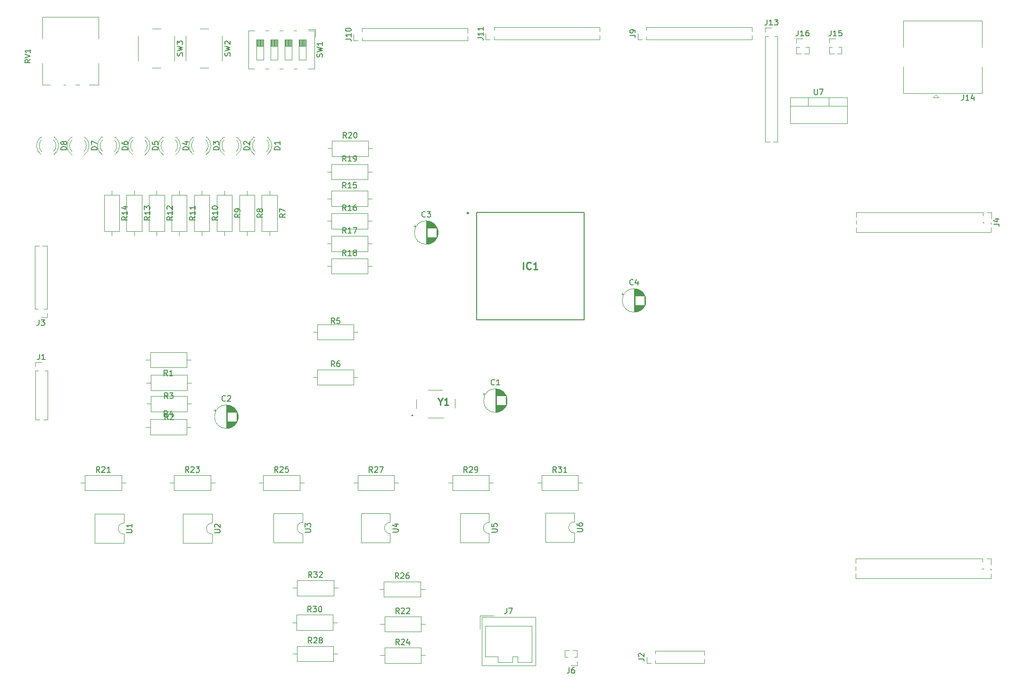
<source format=gbr>
%TF.GenerationSoftware,KiCad,Pcbnew,7.0.1*%
%TF.CreationDate,2023-04-21T00:09:37+02:00*%
%TF.ProjectId,SimpleLattice,53696d70-6c65-44c6-9174-746963652e6b,rev?*%
%TF.SameCoordinates,Original*%
%TF.FileFunction,Legend,Top*%
%TF.FilePolarity,Positive*%
%FSLAX46Y46*%
G04 Gerber Fmt 4.6, Leading zero omitted, Abs format (unit mm)*
G04 Created by KiCad (PCBNEW 7.0.1) date 2023-04-21 00:09:37*
%MOMM*%
%LPD*%
G01*
G04 APERTURE LIST*
%ADD10C,0.150000*%
%ADD11C,0.254000*%
%ADD12C,0.120000*%
%ADD13C,0.200000*%
%ADD14C,0.100000*%
G04 APERTURE END LIST*
D10*
%TO.C,J16*%
X178790476Y-33667619D02*
X178790476Y-34381904D01*
X178790476Y-34381904D02*
X178742857Y-34524761D01*
X178742857Y-34524761D02*
X178647619Y-34620000D01*
X178647619Y-34620000D02*
X178504762Y-34667619D01*
X178504762Y-34667619D02*
X178409524Y-34667619D01*
X179790476Y-34667619D02*
X179219048Y-34667619D01*
X179504762Y-34667619D02*
X179504762Y-33667619D01*
X179504762Y-33667619D02*
X179409524Y-33810476D01*
X179409524Y-33810476D02*
X179314286Y-33905714D01*
X179314286Y-33905714D02*
X179219048Y-33953333D01*
X180647619Y-33667619D02*
X180457143Y-33667619D01*
X180457143Y-33667619D02*
X180361905Y-33715238D01*
X180361905Y-33715238D02*
X180314286Y-33762857D01*
X180314286Y-33762857D02*
X180219048Y-33905714D01*
X180219048Y-33905714D02*
X180171429Y-34096190D01*
X180171429Y-34096190D02*
X180171429Y-34477142D01*
X180171429Y-34477142D02*
X180219048Y-34572380D01*
X180219048Y-34572380D02*
X180266667Y-34620000D01*
X180266667Y-34620000D02*
X180361905Y-34667619D01*
X180361905Y-34667619D02*
X180552381Y-34667619D01*
X180552381Y-34667619D02*
X180647619Y-34620000D01*
X180647619Y-34620000D02*
X180695238Y-34572380D01*
X180695238Y-34572380D02*
X180742857Y-34477142D01*
X180742857Y-34477142D02*
X180742857Y-34239047D01*
X180742857Y-34239047D02*
X180695238Y-34143809D01*
X180695238Y-34143809D02*
X180647619Y-34096190D01*
X180647619Y-34096190D02*
X180552381Y-34048571D01*
X180552381Y-34048571D02*
X180361905Y-34048571D01*
X180361905Y-34048571D02*
X180266667Y-34096190D01*
X180266667Y-34096190D02*
X180219048Y-34143809D01*
X180219048Y-34143809D02*
X180171429Y-34239047D01*
%TO.C,R22*%
X107137142Y-138492619D02*
X106803809Y-138016428D01*
X106565714Y-138492619D02*
X106565714Y-137492619D01*
X106565714Y-137492619D02*
X106946666Y-137492619D01*
X106946666Y-137492619D02*
X107041904Y-137540238D01*
X107041904Y-137540238D02*
X107089523Y-137587857D01*
X107089523Y-137587857D02*
X107137142Y-137683095D01*
X107137142Y-137683095D02*
X107137142Y-137825952D01*
X107137142Y-137825952D02*
X107089523Y-137921190D01*
X107089523Y-137921190D02*
X107041904Y-137968809D01*
X107041904Y-137968809D02*
X106946666Y-138016428D01*
X106946666Y-138016428D02*
X106565714Y-138016428D01*
X107518095Y-137587857D02*
X107565714Y-137540238D01*
X107565714Y-137540238D02*
X107660952Y-137492619D01*
X107660952Y-137492619D02*
X107899047Y-137492619D01*
X107899047Y-137492619D02*
X107994285Y-137540238D01*
X107994285Y-137540238D02*
X108041904Y-137587857D01*
X108041904Y-137587857D02*
X108089523Y-137683095D01*
X108089523Y-137683095D02*
X108089523Y-137778333D01*
X108089523Y-137778333D02*
X108041904Y-137921190D01*
X108041904Y-137921190D02*
X107470476Y-138492619D01*
X107470476Y-138492619D02*
X108089523Y-138492619D01*
X108470476Y-137587857D02*
X108518095Y-137540238D01*
X108518095Y-137540238D02*
X108613333Y-137492619D01*
X108613333Y-137492619D02*
X108851428Y-137492619D01*
X108851428Y-137492619D02*
X108946666Y-137540238D01*
X108946666Y-137540238D02*
X108994285Y-137587857D01*
X108994285Y-137587857D02*
X109041904Y-137683095D01*
X109041904Y-137683095D02*
X109041904Y-137778333D01*
X109041904Y-137778333D02*
X108994285Y-137921190D01*
X108994285Y-137921190D02*
X108422857Y-138492619D01*
X108422857Y-138492619D02*
X109041904Y-138492619D01*
%TO.C,R6*%
X95533333Y-94092619D02*
X95200000Y-93616428D01*
X94961905Y-94092619D02*
X94961905Y-93092619D01*
X94961905Y-93092619D02*
X95342857Y-93092619D01*
X95342857Y-93092619D02*
X95438095Y-93140238D01*
X95438095Y-93140238D02*
X95485714Y-93187857D01*
X95485714Y-93187857D02*
X95533333Y-93283095D01*
X95533333Y-93283095D02*
X95533333Y-93425952D01*
X95533333Y-93425952D02*
X95485714Y-93521190D01*
X95485714Y-93521190D02*
X95438095Y-93568809D01*
X95438095Y-93568809D02*
X95342857Y-93616428D01*
X95342857Y-93616428D02*
X94961905Y-93616428D01*
X96390476Y-93092619D02*
X96200000Y-93092619D01*
X96200000Y-93092619D02*
X96104762Y-93140238D01*
X96104762Y-93140238D02*
X96057143Y-93187857D01*
X96057143Y-93187857D02*
X95961905Y-93330714D01*
X95961905Y-93330714D02*
X95914286Y-93521190D01*
X95914286Y-93521190D02*
X95914286Y-93902142D01*
X95914286Y-93902142D02*
X95961905Y-93997380D01*
X95961905Y-93997380D02*
X96009524Y-94045000D01*
X96009524Y-94045000D02*
X96104762Y-94092619D01*
X96104762Y-94092619D02*
X96295238Y-94092619D01*
X96295238Y-94092619D02*
X96390476Y-94045000D01*
X96390476Y-94045000D02*
X96438095Y-93997380D01*
X96438095Y-93997380D02*
X96485714Y-93902142D01*
X96485714Y-93902142D02*
X96485714Y-93664047D01*
X96485714Y-93664047D02*
X96438095Y-93568809D01*
X96438095Y-93568809D02*
X96390476Y-93521190D01*
X96390476Y-93521190D02*
X96295238Y-93473571D01*
X96295238Y-93473571D02*
X96104762Y-93473571D01*
X96104762Y-93473571D02*
X96009524Y-93521190D01*
X96009524Y-93521190D02*
X95961905Y-93568809D01*
X95961905Y-93568809D02*
X95914286Y-93664047D01*
%TO.C,R16*%
X97577142Y-66042619D02*
X97243809Y-65566428D01*
X97005714Y-66042619D02*
X97005714Y-65042619D01*
X97005714Y-65042619D02*
X97386666Y-65042619D01*
X97386666Y-65042619D02*
X97481904Y-65090238D01*
X97481904Y-65090238D02*
X97529523Y-65137857D01*
X97529523Y-65137857D02*
X97577142Y-65233095D01*
X97577142Y-65233095D02*
X97577142Y-65375952D01*
X97577142Y-65375952D02*
X97529523Y-65471190D01*
X97529523Y-65471190D02*
X97481904Y-65518809D01*
X97481904Y-65518809D02*
X97386666Y-65566428D01*
X97386666Y-65566428D02*
X97005714Y-65566428D01*
X98529523Y-66042619D02*
X97958095Y-66042619D01*
X98243809Y-66042619D02*
X98243809Y-65042619D01*
X98243809Y-65042619D02*
X98148571Y-65185476D01*
X98148571Y-65185476D02*
X98053333Y-65280714D01*
X98053333Y-65280714D02*
X97958095Y-65328333D01*
X99386666Y-65042619D02*
X99196190Y-65042619D01*
X99196190Y-65042619D02*
X99100952Y-65090238D01*
X99100952Y-65090238D02*
X99053333Y-65137857D01*
X99053333Y-65137857D02*
X98958095Y-65280714D01*
X98958095Y-65280714D02*
X98910476Y-65471190D01*
X98910476Y-65471190D02*
X98910476Y-65852142D01*
X98910476Y-65852142D02*
X98958095Y-65947380D01*
X98958095Y-65947380D02*
X99005714Y-65995000D01*
X99005714Y-65995000D02*
X99100952Y-66042619D01*
X99100952Y-66042619D02*
X99291428Y-66042619D01*
X99291428Y-66042619D02*
X99386666Y-65995000D01*
X99386666Y-65995000D02*
X99434285Y-65947380D01*
X99434285Y-65947380D02*
X99481904Y-65852142D01*
X99481904Y-65852142D02*
X99481904Y-65614047D01*
X99481904Y-65614047D02*
X99434285Y-65518809D01*
X99434285Y-65518809D02*
X99386666Y-65471190D01*
X99386666Y-65471190D02*
X99291428Y-65423571D01*
X99291428Y-65423571D02*
X99100952Y-65423571D01*
X99100952Y-65423571D02*
X99005714Y-65471190D01*
X99005714Y-65471190D02*
X98958095Y-65518809D01*
X98958095Y-65518809D02*
X98910476Y-65614047D01*
%TO.C,R30*%
X91337142Y-138192619D02*
X91003809Y-137716428D01*
X90765714Y-138192619D02*
X90765714Y-137192619D01*
X90765714Y-137192619D02*
X91146666Y-137192619D01*
X91146666Y-137192619D02*
X91241904Y-137240238D01*
X91241904Y-137240238D02*
X91289523Y-137287857D01*
X91289523Y-137287857D02*
X91337142Y-137383095D01*
X91337142Y-137383095D02*
X91337142Y-137525952D01*
X91337142Y-137525952D02*
X91289523Y-137621190D01*
X91289523Y-137621190D02*
X91241904Y-137668809D01*
X91241904Y-137668809D02*
X91146666Y-137716428D01*
X91146666Y-137716428D02*
X90765714Y-137716428D01*
X91670476Y-137192619D02*
X92289523Y-137192619D01*
X92289523Y-137192619D02*
X91956190Y-137573571D01*
X91956190Y-137573571D02*
X92099047Y-137573571D01*
X92099047Y-137573571D02*
X92194285Y-137621190D01*
X92194285Y-137621190D02*
X92241904Y-137668809D01*
X92241904Y-137668809D02*
X92289523Y-137764047D01*
X92289523Y-137764047D02*
X92289523Y-138002142D01*
X92289523Y-138002142D02*
X92241904Y-138097380D01*
X92241904Y-138097380D02*
X92194285Y-138145000D01*
X92194285Y-138145000D02*
X92099047Y-138192619D01*
X92099047Y-138192619D02*
X91813333Y-138192619D01*
X91813333Y-138192619D02*
X91718095Y-138145000D01*
X91718095Y-138145000D02*
X91670476Y-138097380D01*
X92908571Y-137192619D02*
X93003809Y-137192619D01*
X93003809Y-137192619D02*
X93099047Y-137240238D01*
X93099047Y-137240238D02*
X93146666Y-137287857D01*
X93146666Y-137287857D02*
X93194285Y-137383095D01*
X93194285Y-137383095D02*
X93241904Y-137573571D01*
X93241904Y-137573571D02*
X93241904Y-137811666D01*
X93241904Y-137811666D02*
X93194285Y-138002142D01*
X93194285Y-138002142D02*
X93146666Y-138097380D01*
X93146666Y-138097380D02*
X93099047Y-138145000D01*
X93099047Y-138145000D02*
X93003809Y-138192619D01*
X93003809Y-138192619D02*
X92908571Y-138192619D01*
X92908571Y-138192619D02*
X92813333Y-138145000D01*
X92813333Y-138145000D02*
X92765714Y-138097380D01*
X92765714Y-138097380D02*
X92718095Y-138002142D01*
X92718095Y-138002142D02*
X92670476Y-137811666D01*
X92670476Y-137811666D02*
X92670476Y-137573571D01*
X92670476Y-137573571D02*
X92718095Y-137383095D01*
X92718095Y-137383095D02*
X92765714Y-137287857D01*
X92765714Y-137287857D02*
X92813333Y-137240238D01*
X92813333Y-137240238D02*
X92908571Y-137192619D01*
%TO.C,SW3*%
X68215000Y-38233332D02*
X68262619Y-38090475D01*
X68262619Y-38090475D02*
X68262619Y-37852380D01*
X68262619Y-37852380D02*
X68215000Y-37757142D01*
X68215000Y-37757142D02*
X68167380Y-37709523D01*
X68167380Y-37709523D02*
X68072142Y-37661904D01*
X68072142Y-37661904D02*
X67976904Y-37661904D01*
X67976904Y-37661904D02*
X67881666Y-37709523D01*
X67881666Y-37709523D02*
X67834047Y-37757142D01*
X67834047Y-37757142D02*
X67786428Y-37852380D01*
X67786428Y-37852380D02*
X67738809Y-38042856D01*
X67738809Y-38042856D02*
X67691190Y-38138094D01*
X67691190Y-38138094D02*
X67643571Y-38185713D01*
X67643571Y-38185713D02*
X67548333Y-38233332D01*
X67548333Y-38233332D02*
X67453095Y-38233332D01*
X67453095Y-38233332D02*
X67357857Y-38185713D01*
X67357857Y-38185713D02*
X67310238Y-38138094D01*
X67310238Y-38138094D02*
X67262619Y-38042856D01*
X67262619Y-38042856D02*
X67262619Y-37804761D01*
X67262619Y-37804761D02*
X67310238Y-37661904D01*
X67262619Y-37328570D02*
X68262619Y-37090475D01*
X68262619Y-37090475D02*
X67548333Y-36899999D01*
X67548333Y-36899999D02*
X68262619Y-36709523D01*
X68262619Y-36709523D02*
X67262619Y-36471428D01*
X67262619Y-36185713D02*
X67262619Y-35566666D01*
X67262619Y-35566666D02*
X67643571Y-35899999D01*
X67643571Y-35899999D02*
X67643571Y-35757142D01*
X67643571Y-35757142D02*
X67691190Y-35661904D01*
X67691190Y-35661904D02*
X67738809Y-35614285D01*
X67738809Y-35614285D02*
X67834047Y-35566666D01*
X67834047Y-35566666D02*
X68072142Y-35566666D01*
X68072142Y-35566666D02*
X68167380Y-35614285D01*
X68167380Y-35614285D02*
X68215000Y-35661904D01*
X68215000Y-35661904D02*
X68262619Y-35757142D01*
X68262619Y-35757142D02*
X68262619Y-36042856D01*
X68262619Y-36042856D02*
X68215000Y-36138094D01*
X68215000Y-36138094D02*
X68167380Y-36185713D01*
%TO.C,J4*%
X213897619Y-68468333D02*
X214611904Y-68468333D01*
X214611904Y-68468333D02*
X214754761Y-68515952D01*
X214754761Y-68515952D02*
X214850000Y-68611190D01*
X214850000Y-68611190D02*
X214897619Y-68754047D01*
X214897619Y-68754047D02*
X214897619Y-68849285D01*
X214230952Y-67563571D02*
X214897619Y-67563571D01*
X213850000Y-67801666D02*
X214564285Y-68039761D01*
X214564285Y-68039761D02*
X214564285Y-67420714D01*
%TO.C,D6*%
X58362215Y-55128094D02*
X57362215Y-55128094D01*
X57362215Y-55128094D02*
X57362215Y-54889999D01*
X57362215Y-54889999D02*
X57409834Y-54747142D01*
X57409834Y-54747142D02*
X57505072Y-54651904D01*
X57505072Y-54651904D02*
X57600310Y-54604285D01*
X57600310Y-54604285D02*
X57790786Y-54556666D01*
X57790786Y-54556666D02*
X57933643Y-54556666D01*
X57933643Y-54556666D02*
X58124119Y-54604285D01*
X58124119Y-54604285D02*
X58219357Y-54651904D01*
X58219357Y-54651904D02*
X58314596Y-54747142D01*
X58314596Y-54747142D02*
X58362215Y-54889999D01*
X58362215Y-54889999D02*
X58362215Y-55128094D01*
X57362215Y-53699523D02*
X57362215Y-53889999D01*
X57362215Y-53889999D02*
X57409834Y-53985237D01*
X57409834Y-53985237D02*
X57457453Y-54032856D01*
X57457453Y-54032856D02*
X57600310Y-54128094D01*
X57600310Y-54128094D02*
X57790786Y-54175713D01*
X57790786Y-54175713D02*
X58171738Y-54175713D01*
X58171738Y-54175713D02*
X58266976Y-54128094D01*
X58266976Y-54128094D02*
X58314596Y-54080475D01*
X58314596Y-54080475D02*
X58362215Y-53985237D01*
X58362215Y-53985237D02*
X58362215Y-53794761D01*
X58362215Y-53794761D02*
X58314596Y-53699523D01*
X58314596Y-53699523D02*
X58266976Y-53651904D01*
X58266976Y-53651904D02*
X58171738Y-53604285D01*
X58171738Y-53604285D02*
X57933643Y-53604285D01*
X57933643Y-53604285D02*
X57838405Y-53651904D01*
X57838405Y-53651904D02*
X57790786Y-53699523D01*
X57790786Y-53699523D02*
X57743167Y-53794761D01*
X57743167Y-53794761D02*
X57743167Y-53985237D01*
X57743167Y-53985237D02*
X57790786Y-54080475D01*
X57790786Y-54080475D02*
X57838405Y-54128094D01*
X57838405Y-54128094D02*
X57933643Y-54175713D01*
%TO.C,R1*%
X65533333Y-95732619D02*
X65200000Y-95256428D01*
X64961905Y-95732619D02*
X64961905Y-94732619D01*
X64961905Y-94732619D02*
X65342857Y-94732619D01*
X65342857Y-94732619D02*
X65438095Y-94780238D01*
X65438095Y-94780238D02*
X65485714Y-94827857D01*
X65485714Y-94827857D02*
X65533333Y-94923095D01*
X65533333Y-94923095D02*
X65533333Y-95065952D01*
X65533333Y-95065952D02*
X65485714Y-95161190D01*
X65485714Y-95161190D02*
X65438095Y-95208809D01*
X65438095Y-95208809D02*
X65342857Y-95256428D01*
X65342857Y-95256428D02*
X64961905Y-95256428D01*
X66485714Y-95732619D02*
X65914286Y-95732619D01*
X66200000Y-95732619D02*
X66200000Y-94732619D01*
X66200000Y-94732619D02*
X66104762Y-94875476D01*
X66104762Y-94875476D02*
X66009524Y-94970714D01*
X66009524Y-94970714D02*
X65914286Y-95018333D01*
%TO.C,J6*%
X137666666Y-148207619D02*
X137666666Y-148921904D01*
X137666666Y-148921904D02*
X137619047Y-149064761D01*
X137619047Y-149064761D02*
X137523809Y-149160000D01*
X137523809Y-149160000D02*
X137380952Y-149207619D01*
X137380952Y-149207619D02*
X137285714Y-149207619D01*
X138571428Y-148207619D02*
X138380952Y-148207619D01*
X138380952Y-148207619D02*
X138285714Y-148255238D01*
X138285714Y-148255238D02*
X138238095Y-148302857D01*
X138238095Y-148302857D02*
X138142857Y-148445714D01*
X138142857Y-148445714D02*
X138095238Y-148636190D01*
X138095238Y-148636190D02*
X138095238Y-149017142D01*
X138095238Y-149017142D02*
X138142857Y-149112380D01*
X138142857Y-149112380D02*
X138190476Y-149160000D01*
X138190476Y-149160000D02*
X138285714Y-149207619D01*
X138285714Y-149207619D02*
X138476190Y-149207619D01*
X138476190Y-149207619D02*
X138571428Y-149160000D01*
X138571428Y-149160000D02*
X138619047Y-149112380D01*
X138619047Y-149112380D02*
X138666666Y-149017142D01*
X138666666Y-149017142D02*
X138666666Y-148779047D01*
X138666666Y-148779047D02*
X138619047Y-148683809D01*
X138619047Y-148683809D02*
X138571428Y-148636190D01*
X138571428Y-148636190D02*
X138476190Y-148588571D01*
X138476190Y-148588571D02*
X138285714Y-148588571D01*
X138285714Y-148588571D02*
X138190476Y-148636190D01*
X138190476Y-148636190D02*
X138142857Y-148683809D01*
X138142857Y-148683809D02*
X138095238Y-148779047D01*
%TO.C,C4*%
X149160734Y-79317380D02*
X149113115Y-79365000D01*
X149113115Y-79365000D02*
X148970258Y-79412619D01*
X148970258Y-79412619D02*
X148875020Y-79412619D01*
X148875020Y-79412619D02*
X148732163Y-79365000D01*
X148732163Y-79365000D02*
X148636925Y-79269761D01*
X148636925Y-79269761D02*
X148589306Y-79174523D01*
X148589306Y-79174523D02*
X148541687Y-78984047D01*
X148541687Y-78984047D02*
X148541687Y-78841190D01*
X148541687Y-78841190D02*
X148589306Y-78650714D01*
X148589306Y-78650714D02*
X148636925Y-78555476D01*
X148636925Y-78555476D02*
X148732163Y-78460238D01*
X148732163Y-78460238D02*
X148875020Y-78412619D01*
X148875020Y-78412619D02*
X148970258Y-78412619D01*
X148970258Y-78412619D02*
X149113115Y-78460238D01*
X149113115Y-78460238D02*
X149160734Y-78507857D01*
X150017877Y-78745952D02*
X150017877Y-79412619D01*
X149779782Y-78365000D02*
X149541687Y-79079285D01*
X149541687Y-79079285D02*
X150160734Y-79079285D01*
%TO.C,R2*%
X65653333Y-103632619D02*
X65320000Y-103156428D01*
X65081905Y-103632619D02*
X65081905Y-102632619D01*
X65081905Y-102632619D02*
X65462857Y-102632619D01*
X65462857Y-102632619D02*
X65558095Y-102680238D01*
X65558095Y-102680238D02*
X65605714Y-102727857D01*
X65605714Y-102727857D02*
X65653333Y-102823095D01*
X65653333Y-102823095D02*
X65653333Y-102965952D01*
X65653333Y-102965952D02*
X65605714Y-103061190D01*
X65605714Y-103061190D02*
X65558095Y-103108809D01*
X65558095Y-103108809D02*
X65462857Y-103156428D01*
X65462857Y-103156428D02*
X65081905Y-103156428D01*
X66034286Y-102727857D02*
X66081905Y-102680238D01*
X66081905Y-102680238D02*
X66177143Y-102632619D01*
X66177143Y-102632619D02*
X66415238Y-102632619D01*
X66415238Y-102632619D02*
X66510476Y-102680238D01*
X66510476Y-102680238D02*
X66558095Y-102727857D01*
X66558095Y-102727857D02*
X66605714Y-102823095D01*
X66605714Y-102823095D02*
X66605714Y-102918333D01*
X66605714Y-102918333D02*
X66558095Y-103061190D01*
X66558095Y-103061190D02*
X65986667Y-103632619D01*
X65986667Y-103632619D02*
X66605714Y-103632619D01*
%TO.C,R23*%
X69357142Y-113092619D02*
X69023809Y-112616428D01*
X68785714Y-113092619D02*
X68785714Y-112092619D01*
X68785714Y-112092619D02*
X69166666Y-112092619D01*
X69166666Y-112092619D02*
X69261904Y-112140238D01*
X69261904Y-112140238D02*
X69309523Y-112187857D01*
X69309523Y-112187857D02*
X69357142Y-112283095D01*
X69357142Y-112283095D02*
X69357142Y-112425952D01*
X69357142Y-112425952D02*
X69309523Y-112521190D01*
X69309523Y-112521190D02*
X69261904Y-112568809D01*
X69261904Y-112568809D02*
X69166666Y-112616428D01*
X69166666Y-112616428D02*
X68785714Y-112616428D01*
X69738095Y-112187857D02*
X69785714Y-112140238D01*
X69785714Y-112140238D02*
X69880952Y-112092619D01*
X69880952Y-112092619D02*
X70119047Y-112092619D01*
X70119047Y-112092619D02*
X70214285Y-112140238D01*
X70214285Y-112140238D02*
X70261904Y-112187857D01*
X70261904Y-112187857D02*
X70309523Y-112283095D01*
X70309523Y-112283095D02*
X70309523Y-112378333D01*
X70309523Y-112378333D02*
X70261904Y-112521190D01*
X70261904Y-112521190D02*
X69690476Y-113092619D01*
X69690476Y-113092619D02*
X70309523Y-113092619D01*
X70642857Y-112092619D02*
X71261904Y-112092619D01*
X71261904Y-112092619D02*
X70928571Y-112473571D01*
X70928571Y-112473571D02*
X71071428Y-112473571D01*
X71071428Y-112473571D02*
X71166666Y-112521190D01*
X71166666Y-112521190D02*
X71214285Y-112568809D01*
X71214285Y-112568809D02*
X71261904Y-112664047D01*
X71261904Y-112664047D02*
X71261904Y-112902142D01*
X71261904Y-112902142D02*
X71214285Y-112997380D01*
X71214285Y-112997380D02*
X71166666Y-113045000D01*
X71166666Y-113045000D02*
X71071428Y-113092619D01*
X71071428Y-113092619D02*
X70785714Y-113092619D01*
X70785714Y-113092619D02*
X70690476Y-113045000D01*
X70690476Y-113045000D02*
X70642857Y-112997380D01*
%TO.C,SW1*%
X93305000Y-38443332D02*
X93352619Y-38300475D01*
X93352619Y-38300475D02*
X93352619Y-38062380D01*
X93352619Y-38062380D02*
X93305000Y-37967142D01*
X93305000Y-37967142D02*
X93257380Y-37919523D01*
X93257380Y-37919523D02*
X93162142Y-37871904D01*
X93162142Y-37871904D02*
X93066904Y-37871904D01*
X93066904Y-37871904D02*
X92971666Y-37919523D01*
X92971666Y-37919523D02*
X92924047Y-37967142D01*
X92924047Y-37967142D02*
X92876428Y-38062380D01*
X92876428Y-38062380D02*
X92828809Y-38252856D01*
X92828809Y-38252856D02*
X92781190Y-38348094D01*
X92781190Y-38348094D02*
X92733571Y-38395713D01*
X92733571Y-38395713D02*
X92638333Y-38443332D01*
X92638333Y-38443332D02*
X92543095Y-38443332D01*
X92543095Y-38443332D02*
X92447857Y-38395713D01*
X92447857Y-38395713D02*
X92400238Y-38348094D01*
X92400238Y-38348094D02*
X92352619Y-38252856D01*
X92352619Y-38252856D02*
X92352619Y-38014761D01*
X92352619Y-38014761D02*
X92400238Y-37871904D01*
X92352619Y-37538570D02*
X93352619Y-37300475D01*
X93352619Y-37300475D02*
X92638333Y-37109999D01*
X92638333Y-37109999D02*
X93352619Y-36919523D01*
X93352619Y-36919523D02*
X92352619Y-36681428D01*
X93352619Y-35776666D02*
X93352619Y-36348094D01*
X93352619Y-36062380D02*
X92352619Y-36062380D01*
X92352619Y-36062380D02*
X92495476Y-36157618D01*
X92495476Y-36157618D02*
X92590714Y-36252856D01*
X92590714Y-36252856D02*
X92638333Y-36348094D01*
%TO.C,R21*%
X53357142Y-113092619D02*
X53023809Y-112616428D01*
X52785714Y-113092619D02*
X52785714Y-112092619D01*
X52785714Y-112092619D02*
X53166666Y-112092619D01*
X53166666Y-112092619D02*
X53261904Y-112140238D01*
X53261904Y-112140238D02*
X53309523Y-112187857D01*
X53309523Y-112187857D02*
X53357142Y-112283095D01*
X53357142Y-112283095D02*
X53357142Y-112425952D01*
X53357142Y-112425952D02*
X53309523Y-112521190D01*
X53309523Y-112521190D02*
X53261904Y-112568809D01*
X53261904Y-112568809D02*
X53166666Y-112616428D01*
X53166666Y-112616428D02*
X52785714Y-112616428D01*
X53738095Y-112187857D02*
X53785714Y-112140238D01*
X53785714Y-112140238D02*
X53880952Y-112092619D01*
X53880952Y-112092619D02*
X54119047Y-112092619D01*
X54119047Y-112092619D02*
X54214285Y-112140238D01*
X54214285Y-112140238D02*
X54261904Y-112187857D01*
X54261904Y-112187857D02*
X54309523Y-112283095D01*
X54309523Y-112283095D02*
X54309523Y-112378333D01*
X54309523Y-112378333D02*
X54261904Y-112521190D01*
X54261904Y-112521190D02*
X53690476Y-113092619D01*
X53690476Y-113092619D02*
X54309523Y-113092619D01*
X55261904Y-113092619D02*
X54690476Y-113092619D01*
X54976190Y-113092619D02*
X54976190Y-112092619D01*
X54976190Y-112092619D02*
X54880952Y-112235476D01*
X54880952Y-112235476D02*
X54785714Y-112330714D01*
X54785714Y-112330714D02*
X54690476Y-112378333D01*
%TO.C,U2*%
X74002619Y-123971904D02*
X74812142Y-123971904D01*
X74812142Y-123971904D02*
X74907380Y-123924285D01*
X74907380Y-123924285D02*
X74955000Y-123876666D01*
X74955000Y-123876666D02*
X75002619Y-123781428D01*
X75002619Y-123781428D02*
X75002619Y-123590952D01*
X75002619Y-123590952D02*
X74955000Y-123495714D01*
X74955000Y-123495714D02*
X74907380Y-123448095D01*
X74907380Y-123448095D02*
X74812142Y-123400476D01*
X74812142Y-123400476D02*
X74002619Y-123400476D01*
X74097857Y-122971904D02*
X74050238Y-122924285D01*
X74050238Y-122924285D02*
X74002619Y-122829047D01*
X74002619Y-122829047D02*
X74002619Y-122590952D01*
X74002619Y-122590952D02*
X74050238Y-122495714D01*
X74050238Y-122495714D02*
X74097857Y-122448095D01*
X74097857Y-122448095D02*
X74193095Y-122400476D01*
X74193095Y-122400476D02*
X74288333Y-122400476D01*
X74288333Y-122400476D02*
X74431190Y-122448095D01*
X74431190Y-122448095D02*
X75002619Y-123019523D01*
X75002619Y-123019523D02*
X75002619Y-122400476D01*
D11*
%TO.C,Y1*%
X114495238Y-100382764D02*
X114495238Y-100987526D01*
X114071905Y-99717526D02*
X114495238Y-100382764D01*
X114495238Y-100382764D02*
X114918572Y-99717526D01*
X116007143Y-100987526D02*
X115281428Y-100987526D01*
X115644285Y-100987526D02*
X115644285Y-99717526D01*
X115644285Y-99717526D02*
X115523333Y-99898954D01*
X115523333Y-99898954D02*
X115402381Y-100019907D01*
X115402381Y-100019907D02*
X115281428Y-100080383D01*
%TO.C,IC1*%
X129460237Y-76587526D02*
X129460237Y-75317526D01*
X130790714Y-76466573D02*
X130730238Y-76527050D01*
X130730238Y-76527050D02*
X130548809Y-76587526D01*
X130548809Y-76587526D02*
X130427857Y-76587526D01*
X130427857Y-76587526D02*
X130246428Y-76527050D01*
X130246428Y-76527050D02*
X130125476Y-76406097D01*
X130125476Y-76406097D02*
X130064999Y-76285145D01*
X130064999Y-76285145D02*
X130004523Y-76043240D01*
X130004523Y-76043240D02*
X130004523Y-75861811D01*
X130004523Y-75861811D02*
X130064999Y-75619907D01*
X130064999Y-75619907D02*
X130125476Y-75498954D01*
X130125476Y-75498954D02*
X130246428Y-75378002D01*
X130246428Y-75378002D02*
X130427857Y-75317526D01*
X130427857Y-75317526D02*
X130548809Y-75317526D01*
X130548809Y-75317526D02*
X130730238Y-75378002D01*
X130730238Y-75378002D02*
X130790714Y-75438478D01*
X132000238Y-76587526D02*
X131274523Y-76587526D01*
X131637380Y-76587526D02*
X131637380Y-75317526D01*
X131637380Y-75317526D02*
X131516428Y-75498954D01*
X131516428Y-75498954D02*
X131395476Y-75619907D01*
X131395476Y-75619907D02*
X131274523Y-75680383D01*
D10*
%TO.C,U6*%
X139067619Y-123771904D02*
X139877142Y-123771904D01*
X139877142Y-123771904D02*
X139972380Y-123724285D01*
X139972380Y-123724285D02*
X140020000Y-123676666D01*
X140020000Y-123676666D02*
X140067619Y-123581428D01*
X140067619Y-123581428D02*
X140067619Y-123390952D01*
X140067619Y-123390952D02*
X140020000Y-123295714D01*
X140020000Y-123295714D02*
X139972380Y-123248095D01*
X139972380Y-123248095D02*
X139877142Y-123200476D01*
X139877142Y-123200476D02*
X139067619Y-123200476D01*
X139067619Y-122295714D02*
X139067619Y-122486190D01*
X139067619Y-122486190D02*
X139115238Y-122581428D01*
X139115238Y-122581428D02*
X139162857Y-122629047D01*
X139162857Y-122629047D02*
X139305714Y-122724285D01*
X139305714Y-122724285D02*
X139496190Y-122771904D01*
X139496190Y-122771904D02*
X139877142Y-122771904D01*
X139877142Y-122771904D02*
X139972380Y-122724285D01*
X139972380Y-122724285D02*
X140020000Y-122676666D01*
X140020000Y-122676666D02*
X140067619Y-122581428D01*
X140067619Y-122581428D02*
X140067619Y-122390952D01*
X140067619Y-122390952D02*
X140020000Y-122295714D01*
X140020000Y-122295714D02*
X139972380Y-122248095D01*
X139972380Y-122248095D02*
X139877142Y-122200476D01*
X139877142Y-122200476D02*
X139639047Y-122200476D01*
X139639047Y-122200476D02*
X139543809Y-122248095D01*
X139543809Y-122248095D02*
X139496190Y-122295714D01*
X139496190Y-122295714D02*
X139448571Y-122390952D01*
X139448571Y-122390952D02*
X139448571Y-122581428D01*
X139448571Y-122581428D02*
X139496190Y-122676666D01*
X139496190Y-122676666D02*
X139543809Y-122724285D01*
X139543809Y-122724285D02*
X139639047Y-122771904D01*
%TO.C,R10*%
X74532619Y-67142857D02*
X74056428Y-67476190D01*
X74532619Y-67714285D02*
X73532619Y-67714285D01*
X73532619Y-67714285D02*
X73532619Y-67333333D01*
X73532619Y-67333333D02*
X73580238Y-67238095D01*
X73580238Y-67238095D02*
X73627857Y-67190476D01*
X73627857Y-67190476D02*
X73723095Y-67142857D01*
X73723095Y-67142857D02*
X73865952Y-67142857D01*
X73865952Y-67142857D02*
X73961190Y-67190476D01*
X73961190Y-67190476D02*
X74008809Y-67238095D01*
X74008809Y-67238095D02*
X74056428Y-67333333D01*
X74056428Y-67333333D02*
X74056428Y-67714285D01*
X74532619Y-66190476D02*
X74532619Y-66761904D01*
X74532619Y-66476190D02*
X73532619Y-66476190D01*
X73532619Y-66476190D02*
X73675476Y-66571428D01*
X73675476Y-66571428D02*
X73770714Y-66666666D01*
X73770714Y-66666666D02*
X73818333Y-66761904D01*
X73532619Y-65571428D02*
X73532619Y-65476190D01*
X73532619Y-65476190D02*
X73580238Y-65380952D01*
X73580238Y-65380952D02*
X73627857Y-65333333D01*
X73627857Y-65333333D02*
X73723095Y-65285714D01*
X73723095Y-65285714D02*
X73913571Y-65238095D01*
X73913571Y-65238095D02*
X74151666Y-65238095D01*
X74151666Y-65238095D02*
X74342142Y-65285714D01*
X74342142Y-65285714D02*
X74437380Y-65333333D01*
X74437380Y-65333333D02*
X74485000Y-65380952D01*
X74485000Y-65380952D02*
X74532619Y-65476190D01*
X74532619Y-65476190D02*
X74532619Y-65571428D01*
X74532619Y-65571428D02*
X74485000Y-65666666D01*
X74485000Y-65666666D02*
X74437380Y-65714285D01*
X74437380Y-65714285D02*
X74342142Y-65761904D01*
X74342142Y-65761904D02*
X74151666Y-65809523D01*
X74151666Y-65809523D02*
X73913571Y-65809523D01*
X73913571Y-65809523D02*
X73723095Y-65761904D01*
X73723095Y-65761904D02*
X73627857Y-65714285D01*
X73627857Y-65714285D02*
X73580238Y-65666666D01*
X73580238Y-65666666D02*
X73532619Y-65571428D01*
%TO.C,J9*%
X148537619Y-34533333D02*
X149251904Y-34533333D01*
X149251904Y-34533333D02*
X149394761Y-34580952D01*
X149394761Y-34580952D02*
X149490000Y-34676190D01*
X149490000Y-34676190D02*
X149537619Y-34819047D01*
X149537619Y-34819047D02*
X149537619Y-34914285D01*
X149537619Y-34009523D02*
X149537619Y-33819047D01*
X149537619Y-33819047D02*
X149490000Y-33723809D01*
X149490000Y-33723809D02*
X149442380Y-33676190D01*
X149442380Y-33676190D02*
X149299523Y-33580952D01*
X149299523Y-33580952D02*
X149109047Y-33533333D01*
X149109047Y-33533333D02*
X148728095Y-33533333D01*
X148728095Y-33533333D02*
X148632857Y-33580952D01*
X148632857Y-33580952D02*
X148585238Y-33628571D01*
X148585238Y-33628571D02*
X148537619Y-33723809D01*
X148537619Y-33723809D02*
X148537619Y-33914285D01*
X148537619Y-33914285D02*
X148585238Y-34009523D01*
X148585238Y-34009523D02*
X148632857Y-34057142D01*
X148632857Y-34057142D02*
X148728095Y-34104761D01*
X148728095Y-34104761D02*
X148966190Y-34104761D01*
X148966190Y-34104761D02*
X149061428Y-34057142D01*
X149061428Y-34057142D02*
X149109047Y-34009523D01*
X149109047Y-34009523D02*
X149156666Y-33914285D01*
X149156666Y-33914285D02*
X149156666Y-33723809D01*
X149156666Y-33723809D02*
X149109047Y-33628571D01*
X149109047Y-33628571D02*
X149061428Y-33580952D01*
X149061428Y-33580952D02*
X148966190Y-33533333D01*
%TO.C,U7*%
X181698095Y-44192619D02*
X181698095Y-45002142D01*
X181698095Y-45002142D02*
X181745714Y-45097380D01*
X181745714Y-45097380D02*
X181793333Y-45145000D01*
X181793333Y-45145000D02*
X181888571Y-45192619D01*
X181888571Y-45192619D02*
X182079047Y-45192619D01*
X182079047Y-45192619D02*
X182174285Y-45145000D01*
X182174285Y-45145000D02*
X182221904Y-45097380D01*
X182221904Y-45097380D02*
X182269523Y-45002142D01*
X182269523Y-45002142D02*
X182269523Y-44192619D01*
X182650476Y-44192619D02*
X183317142Y-44192619D01*
X183317142Y-44192619D02*
X182888571Y-45192619D01*
%TO.C,R27*%
X102357142Y-113092619D02*
X102023809Y-112616428D01*
X101785714Y-113092619D02*
X101785714Y-112092619D01*
X101785714Y-112092619D02*
X102166666Y-112092619D01*
X102166666Y-112092619D02*
X102261904Y-112140238D01*
X102261904Y-112140238D02*
X102309523Y-112187857D01*
X102309523Y-112187857D02*
X102357142Y-112283095D01*
X102357142Y-112283095D02*
X102357142Y-112425952D01*
X102357142Y-112425952D02*
X102309523Y-112521190D01*
X102309523Y-112521190D02*
X102261904Y-112568809D01*
X102261904Y-112568809D02*
X102166666Y-112616428D01*
X102166666Y-112616428D02*
X101785714Y-112616428D01*
X102738095Y-112187857D02*
X102785714Y-112140238D01*
X102785714Y-112140238D02*
X102880952Y-112092619D01*
X102880952Y-112092619D02*
X103119047Y-112092619D01*
X103119047Y-112092619D02*
X103214285Y-112140238D01*
X103214285Y-112140238D02*
X103261904Y-112187857D01*
X103261904Y-112187857D02*
X103309523Y-112283095D01*
X103309523Y-112283095D02*
X103309523Y-112378333D01*
X103309523Y-112378333D02*
X103261904Y-112521190D01*
X103261904Y-112521190D02*
X102690476Y-113092619D01*
X102690476Y-113092619D02*
X103309523Y-113092619D01*
X103642857Y-112092619D02*
X104309523Y-112092619D01*
X104309523Y-112092619D02*
X103880952Y-113092619D01*
%TO.C,R13*%
X62382619Y-67142857D02*
X61906428Y-67476190D01*
X62382619Y-67714285D02*
X61382619Y-67714285D01*
X61382619Y-67714285D02*
X61382619Y-67333333D01*
X61382619Y-67333333D02*
X61430238Y-67238095D01*
X61430238Y-67238095D02*
X61477857Y-67190476D01*
X61477857Y-67190476D02*
X61573095Y-67142857D01*
X61573095Y-67142857D02*
X61715952Y-67142857D01*
X61715952Y-67142857D02*
X61811190Y-67190476D01*
X61811190Y-67190476D02*
X61858809Y-67238095D01*
X61858809Y-67238095D02*
X61906428Y-67333333D01*
X61906428Y-67333333D02*
X61906428Y-67714285D01*
X62382619Y-66190476D02*
X62382619Y-66761904D01*
X62382619Y-66476190D02*
X61382619Y-66476190D01*
X61382619Y-66476190D02*
X61525476Y-66571428D01*
X61525476Y-66571428D02*
X61620714Y-66666666D01*
X61620714Y-66666666D02*
X61668333Y-66761904D01*
X61382619Y-65857142D02*
X61382619Y-65238095D01*
X61382619Y-65238095D02*
X61763571Y-65571428D01*
X61763571Y-65571428D02*
X61763571Y-65428571D01*
X61763571Y-65428571D02*
X61811190Y-65333333D01*
X61811190Y-65333333D02*
X61858809Y-65285714D01*
X61858809Y-65285714D02*
X61954047Y-65238095D01*
X61954047Y-65238095D02*
X62192142Y-65238095D01*
X62192142Y-65238095D02*
X62287380Y-65285714D01*
X62287380Y-65285714D02*
X62335000Y-65333333D01*
X62335000Y-65333333D02*
X62382619Y-65428571D01*
X62382619Y-65428571D02*
X62382619Y-65714285D01*
X62382619Y-65714285D02*
X62335000Y-65809523D01*
X62335000Y-65809523D02*
X62287380Y-65857142D01*
%TO.C,D7*%
X52892417Y-55128094D02*
X51892417Y-55128094D01*
X51892417Y-55128094D02*
X51892417Y-54889999D01*
X51892417Y-54889999D02*
X51940036Y-54747142D01*
X51940036Y-54747142D02*
X52035274Y-54651904D01*
X52035274Y-54651904D02*
X52130512Y-54604285D01*
X52130512Y-54604285D02*
X52320988Y-54556666D01*
X52320988Y-54556666D02*
X52463845Y-54556666D01*
X52463845Y-54556666D02*
X52654321Y-54604285D01*
X52654321Y-54604285D02*
X52749559Y-54651904D01*
X52749559Y-54651904D02*
X52844798Y-54747142D01*
X52844798Y-54747142D02*
X52892417Y-54889999D01*
X52892417Y-54889999D02*
X52892417Y-55128094D01*
X51892417Y-54223332D02*
X51892417Y-53556666D01*
X51892417Y-53556666D02*
X52892417Y-53985237D01*
%TO.C,R8*%
X82632619Y-66666666D02*
X82156428Y-66999999D01*
X82632619Y-67238094D02*
X81632619Y-67238094D01*
X81632619Y-67238094D02*
X81632619Y-66857142D01*
X81632619Y-66857142D02*
X81680238Y-66761904D01*
X81680238Y-66761904D02*
X81727857Y-66714285D01*
X81727857Y-66714285D02*
X81823095Y-66666666D01*
X81823095Y-66666666D02*
X81965952Y-66666666D01*
X81965952Y-66666666D02*
X82061190Y-66714285D01*
X82061190Y-66714285D02*
X82108809Y-66761904D01*
X82108809Y-66761904D02*
X82156428Y-66857142D01*
X82156428Y-66857142D02*
X82156428Y-67238094D01*
X82061190Y-66095237D02*
X82013571Y-66190475D01*
X82013571Y-66190475D02*
X81965952Y-66238094D01*
X81965952Y-66238094D02*
X81870714Y-66285713D01*
X81870714Y-66285713D02*
X81823095Y-66285713D01*
X81823095Y-66285713D02*
X81727857Y-66238094D01*
X81727857Y-66238094D02*
X81680238Y-66190475D01*
X81680238Y-66190475D02*
X81632619Y-66095237D01*
X81632619Y-66095237D02*
X81632619Y-65904761D01*
X81632619Y-65904761D02*
X81680238Y-65809523D01*
X81680238Y-65809523D02*
X81727857Y-65761904D01*
X81727857Y-65761904D02*
X81823095Y-65714285D01*
X81823095Y-65714285D02*
X81870714Y-65714285D01*
X81870714Y-65714285D02*
X81965952Y-65761904D01*
X81965952Y-65761904D02*
X82013571Y-65809523D01*
X82013571Y-65809523D02*
X82061190Y-65904761D01*
X82061190Y-65904761D02*
X82061190Y-66095237D01*
X82061190Y-66095237D02*
X82108809Y-66190475D01*
X82108809Y-66190475D02*
X82156428Y-66238094D01*
X82156428Y-66238094D02*
X82251666Y-66285713D01*
X82251666Y-66285713D02*
X82442142Y-66285713D01*
X82442142Y-66285713D02*
X82537380Y-66238094D01*
X82537380Y-66238094D02*
X82585000Y-66190475D01*
X82585000Y-66190475D02*
X82632619Y-66095237D01*
X82632619Y-66095237D02*
X82632619Y-65904761D01*
X82632619Y-65904761D02*
X82585000Y-65809523D01*
X82585000Y-65809523D02*
X82537380Y-65761904D01*
X82537380Y-65761904D02*
X82442142Y-65714285D01*
X82442142Y-65714285D02*
X82251666Y-65714285D01*
X82251666Y-65714285D02*
X82156428Y-65761904D01*
X82156428Y-65761904D02*
X82108809Y-65809523D01*
X82108809Y-65809523D02*
X82061190Y-65904761D01*
%TO.C,D8*%
X47422619Y-55128094D02*
X46422619Y-55128094D01*
X46422619Y-55128094D02*
X46422619Y-54889999D01*
X46422619Y-54889999D02*
X46470238Y-54747142D01*
X46470238Y-54747142D02*
X46565476Y-54651904D01*
X46565476Y-54651904D02*
X46660714Y-54604285D01*
X46660714Y-54604285D02*
X46851190Y-54556666D01*
X46851190Y-54556666D02*
X46994047Y-54556666D01*
X46994047Y-54556666D02*
X47184523Y-54604285D01*
X47184523Y-54604285D02*
X47279761Y-54651904D01*
X47279761Y-54651904D02*
X47375000Y-54747142D01*
X47375000Y-54747142D02*
X47422619Y-54889999D01*
X47422619Y-54889999D02*
X47422619Y-55128094D01*
X46851190Y-53985237D02*
X46803571Y-54080475D01*
X46803571Y-54080475D02*
X46755952Y-54128094D01*
X46755952Y-54128094D02*
X46660714Y-54175713D01*
X46660714Y-54175713D02*
X46613095Y-54175713D01*
X46613095Y-54175713D02*
X46517857Y-54128094D01*
X46517857Y-54128094D02*
X46470238Y-54080475D01*
X46470238Y-54080475D02*
X46422619Y-53985237D01*
X46422619Y-53985237D02*
X46422619Y-53794761D01*
X46422619Y-53794761D02*
X46470238Y-53699523D01*
X46470238Y-53699523D02*
X46517857Y-53651904D01*
X46517857Y-53651904D02*
X46613095Y-53604285D01*
X46613095Y-53604285D02*
X46660714Y-53604285D01*
X46660714Y-53604285D02*
X46755952Y-53651904D01*
X46755952Y-53651904D02*
X46803571Y-53699523D01*
X46803571Y-53699523D02*
X46851190Y-53794761D01*
X46851190Y-53794761D02*
X46851190Y-53985237D01*
X46851190Y-53985237D02*
X46898809Y-54080475D01*
X46898809Y-54080475D02*
X46946428Y-54128094D01*
X46946428Y-54128094D02*
X47041666Y-54175713D01*
X47041666Y-54175713D02*
X47232142Y-54175713D01*
X47232142Y-54175713D02*
X47327380Y-54128094D01*
X47327380Y-54128094D02*
X47375000Y-54080475D01*
X47375000Y-54080475D02*
X47422619Y-53985237D01*
X47422619Y-53985237D02*
X47422619Y-53794761D01*
X47422619Y-53794761D02*
X47375000Y-53699523D01*
X47375000Y-53699523D02*
X47327380Y-53651904D01*
X47327380Y-53651904D02*
X47232142Y-53604285D01*
X47232142Y-53604285D02*
X47041666Y-53604285D01*
X47041666Y-53604285D02*
X46946428Y-53651904D01*
X46946428Y-53651904D02*
X46898809Y-53699523D01*
X46898809Y-53699523D02*
X46851190Y-53794761D01*
%TO.C,U5*%
X123747619Y-123871904D02*
X124557142Y-123871904D01*
X124557142Y-123871904D02*
X124652380Y-123824285D01*
X124652380Y-123824285D02*
X124700000Y-123776666D01*
X124700000Y-123776666D02*
X124747619Y-123681428D01*
X124747619Y-123681428D02*
X124747619Y-123490952D01*
X124747619Y-123490952D02*
X124700000Y-123395714D01*
X124700000Y-123395714D02*
X124652380Y-123348095D01*
X124652380Y-123348095D02*
X124557142Y-123300476D01*
X124557142Y-123300476D02*
X123747619Y-123300476D01*
X123747619Y-122348095D02*
X123747619Y-122824285D01*
X123747619Y-122824285D02*
X124223809Y-122871904D01*
X124223809Y-122871904D02*
X124176190Y-122824285D01*
X124176190Y-122824285D02*
X124128571Y-122729047D01*
X124128571Y-122729047D02*
X124128571Y-122490952D01*
X124128571Y-122490952D02*
X124176190Y-122395714D01*
X124176190Y-122395714D02*
X124223809Y-122348095D01*
X124223809Y-122348095D02*
X124319047Y-122300476D01*
X124319047Y-122300476D02*
X124557142Y-122300476D01*
X124557142Y-122300476D02*
X124652380Y-122348095D01*
X124652380Y-122348095D02*
X124700000Y-122395714D01*
X124700000Y-122395714D02*
X124747619Y-122490952D01*
X124747619Y-122490952D02*
X124747619Y-122729047D01*
X124747619Y-122729047D02*
X124700000Y-122824285D01*
X124700000Y-122824285D02*
X124652380Y-122871904D01*
%TO.C,J10*%
X97497619Y-35209523D02*
X98211904Y-35209523D01*
X98211904Y-35209523D02*
X98354761Y-35257142D01*
X98354761Y-35257142D02*
X98450000Y-35352380D01*
X98450000Y-35352380D02*
X98497619Y-35495237D01*
X98497619Y-35495237D02*
X98497619Y-35590475D01*
X98497619Y-34209523D02*
X98497619Y-34780951D01*
X98497619Y-34495237D02*
X97497619Y-34495237D01*
X97497619Y-34495237D02*
X97640476Y-34590475D01*
X97640476Y-34590475D02*
X97735714Y-34685713D01*
X97735714Y-34685713D02*
X97783333Y-34780951D01*
X97497619Y-33590475D02*
X97497619Y-33495237D01*
X97497619Y-33495237D02*
X97545238Y-33399999D01*
X97545238Y-33399999D02*
X97592857Y-33352380D01*
X97592857Y-33352380D02*
X97688095Y-33304761D01*
X97688095Y-33304761D02*
X97878571Y-33257142D01*
X97878571Y-33257142D02*
X98116666Y-33257142D01*
X98116666Y-33257142D02*
X98307142Y-33304761D01*
X98307142Y-33304761D02*
X98402380Y-33352380D01*
X98402380Y-33352380D02*
X98450000Y-33399999D01*
X98450000Y-33399999D02*
X98497619Y-33495237D01*
X98497619Y-33495237D02*
X98497619Y-33590475D01*
X98497619Y-33590475D02*
X98450000Y-33685713D01*
X98450000Y-33685713D02*
X98402380Y-33733332D01*
X98402380Y-33733332D02*
X98307142Y-33780951D01*
X98307142Y-33780951D02*
X98116666Y-33828570D01*
X98116666Y-33828570D02*
X97878571Y-33828570D01*
X97878571Y-33828570D02*
X97688095Y-33780951D01*
X97688095Y-33780951D02*
X97592857Y-33733332D01*
X97592857Y-33733332D02*
X97545238Y-33685713D01*
X97545238Y-33685713D02*
X97497619Y-33590475D01*
%TO.C,D4*%
X69301811Y-55128094D02*
X68301811Y-55128094D01*
X68301811Y-55128094D02*
X68301811Y-54889999D01*
X68301811Y-54889999D02*
X68349430Y-54747142D01*
X68349430Y-54747142D02*
X68444668Y-54651904D01*
X68444668Y-54651904D02*
X68539906Y-54604285D01*
X68539906Y-54604285D02*
X68730382Y-54556666D01*
X68730382Y-54556666D02*
X68873239Y-54556666D01*
X68873239Y-54556666D02*
X69063715Y-54604285D01*
X69063715Y-54604285D02*
X69158953Y-54651904D01*
X69158953Y-54651904D02*
X69254192Y-54747142D01*
X69254192Y-54747142D02*
X69301811Y-54889999D01*
X69301811Y-54889999D02*
X69301811Y-55128094D01*
X68635144Y-53699523D02*
X69301811Y-53699523D01*
X68254192Y-53937618D02*
X68968477Y-54175713D01*
X68968477Y-54175713D02*
X68968477Y-53556666D01*
%TO.C,R25*%
X85357142Y-113092619D02*
X85023809Y-112616428D01*
X84785714Y-113092619D02*
X84785714Y-112092619D01*
X84785714Y-112092619D02*
X85166666Y-112092619D01*
X85166666Y-112092619D02*
X85261904Y-112140238D01*
X85261904Y-112140238D02*
X85309523Y-112187857D01*
X85309523Y-112187857D02*
X85357142Y-112283095D01*
X85357142Y-112283095D02*
X85357142Y-112425952D01*
X85357142Y-112425952D02*
X85309523Y-112521190D01*
X85309523Y-112521190D02*
X85261904Y-112568809D01*
X85261904Y-112568809D02*
X85166666Y-112616428D01*
X85166666Y-112616428D02*
X84785714Y-112616428D01*
X85738095Y-112187857D02*
X85785714Y-112140238D01*
X85785714Y-112140238D02*
X85880952Y-112092619D01*
X85880952Y-112092619D02*
X86119047Y-112092619D01*
X86119047Y-112092619D02*
X86214285Y-112140238D01*
X86214285Y-112140238D02*
X86261904Y-112187857D01*
X86261904Y-112187857D02*
X86309523Y-112283095D01*
X86309523Y-112283095D02*
X86309523Y-112378333D01*
X86309523Y-112378333D02*
X86261904Y-112521190D01*
X86261904Y-112521190D02*
X85690476Y-113092619D01*
X85690476Y-113092619D02*
X86309523Y-113092619D01*
X87214285Y-112092619D02*
X86738095Y-112092619D01*
X86738095Y-112092619D02*
X86690476Y-112568809D01*
X86690476Y-112568809D02*
X86738095Y-112521190D01*
X86738095Y-112521190D02*
X86833333Y-112473571D01*
X86833333Y-112473571D02*
X87071428Y-112473571D01*
X87071428Y-112473571D02*
X87166666Y-112521190D01*
X87166666Y-112521190D02*
X87214285Y-112568809D01*
X87214285Y-112568809D02*
X87261904Y-112664047D01*
X87261904Y-112664047D02*
X87261904Y-112902142D01*
X87261904Y-112902142D02*
X87214285Y-112997380D01*
X87214285Y-112997380D02*
X87166666Y-113045000D01*
X87166666Y-113045000D02*
X87071428Y-113092619D01*
X87071428Y-113092619D02*
X86833333Y-113092619D01*
X86833333Y-113092619D02*
X86738095Y-113045000D01*
X86738095Y-113045000D02*
X86690476Y-112997380D01*
%TO.C,R12*%
X66432619Y-67142857D02*
X65956428Y-67476190D01*
X66432619Y-67714285D02*
X65432619Y-67714285D01*
X65432619Y-67714285D02*
X65432619Y-67333333D01*
X65432619Y-67333333D02*
X65480238Y-67238095D01*
X65480238Y-67238095D02*
X65527857Y-67190476D01*
X65527857Y-67190476D02*
X65623095Y-67142857D01*
X65623095Y-67142857D02*
X65765952Y-67142857D01*
X65765952Y-67142857D02*
X65861190Y-67190476D01*
X65861190Y-67190476D02*
X65908809Y-67238095D01*
X65908809Y-67238095D02*
X65956428Y-67333333D01*
X65956428Y-67333333D02*
X65956428Y-67714285D01*
X66432619Y-66190476D02*
X66432619Y-66761904D01*
X66432619Y-66476190D02*
X65432619Y-66476190D01*
X65432619Y-66476190D02*
X65575476Y-66571428D01*
X65575476Y-66571428D02*
X65670714Y-66666666D01*
X65670714Y-66666666D02*
X65718333Y-66761904D01*
X65527857Y-65809523D02*
X65480238Y-65761904D01*
X65480238Y-65761904D02*
X65432619Y-65666666D01*
X65432619Y-65666666D02*
X65432619Y-65428571D01*
X65432619Y-65428571D02*
X65480238Y-65333333D01*
X65480238Y-65333333D02*
X65527857Y-65285714D01*
X65527857Y-65285714D02*
X65623095Y-65238095D01*
X65623095Y-65238095D02*
X65718333Y-65238095D01*
X65718333Y-65238095D02*
X65861190Y-65285714D01*
X65861190Y-65285714D02*
X66432619Y-65857142D01*
X66432619Y-65857142D02*
X66432619Y-65238095D01*
%TO.C,R15*%
X97577142Y-61992619D02*
X97243809Y-61516428D01*
X97005714Y-61992619D02*
X97005714Y-60992619D01*
X97005714Y-60992619D02*
X97386666Y-60992619D01*
X97386666Y-60992619D02*
X97481904Y-61040238D01*
X97481904Y-61040238D02*
X97529523Y-61087857D01*
X97529523Y-61087857D02*
X97577142Y-61183095D01*
X97577142Y-61183095D02*
X97577142Y-61325952D01*
X97577142Y-61325952D02*
X97529523Y-61421190D01*
X97529523Y-61421190D02*
X97481904Y-61468809D01*
X97481904Y-61468809D02*
X97386666Y-61516428D01*
X97386666Y-61516428D02*
X97005714Y-61516428D01*
X98529523Y-61992619D02*
X97958095Y-61992619D01*
X98243809Y-61992619D02*
X98243809Y-60992619D01*
X98243809Y-60992619D02*
X98148571Y-61135476D01*
X98148571Y-61135476D02*
X98053333Y-61230714D01*
X98053333Y-61230714D02*
X97958095Y-61278333D01*
X99434285Y-60992619D02*
X98958095Y-60992619D01*
X98958095Y-60992619D02*
X98910476Y-61468809D01*
X98910476Y-61468809D02*
X98958095Y-61421190D01*
X98958095Y-61421190D02*
X99053333Y-61373571D01*
X99053333Y-61373571D02*
X99291428Y-61373571D01*
X99291428Y-61373571D02*
X99386666Y-61421190D01*
X99386666Y-61421190D02*
X99434285Y-61468809D01*
X99434285Y-61468809D02*
X99481904Y-61564047D01*
X99481904Y-61564047D02*
X99481904Y-61802142D01*
X99481904Y-61802142D02*
X99434285Y-61897380D01*
X99434285Y-61897380D02*
X99386666Y-61945000D01*
X99386666Y-61945000D02*
X99291428Y-61992619D01*
X99291428Y-61992619D02*
X99053333Y-61992619D01*
X99053333Y-61992619D02*
X98958095Y-61945000D01*
X98958095Y-61945000D02*
X98910476Y-61897380D01*
%TO.C,R28*%
X91437142Y-143792619D02*
X91103809Y-143316428D01*
X90865714Y-143792619D02*
X90865714Y-142792619D01*
X90865714Y-142792619D02*
X91246666Y-142792619D01*
X91246666Y-142792619D02*
X91341904Y-142840238D01*
X91341904Y-142840238D02*
X91389523Y-142887857D01*
X91389523Y-142887857D02*
X91437142Y-142983095D01*
X91437142Y-142983095D02*
X91437142Y-143125952D01*
X91437142Y-143125952D02*
X91389523Y-143221190D01*
X91389523Y-143221190D02*
X91341904Y-143268809D01*
X91341904Y-143268809D02*
X91246666Y-143316428D01*
X91246666Y-143316428D02*
X90865714Y-143316428D01*
X91818095Y-142887857D02*
X91865714Y-142840238D01*
X91865714Y-142840238D02*
X91960952Y-142792619D01*
X91960952Y-142792619D02*
X92199047Y-142792619D01*
X92199047Y-142792619D02*
X92294285Y-142840238D01*
X92294285Y-142840238D02*
X92341904Y-142887857D01*
X92341904Y-142887857D02*
X92389523Y-142983095D01*
X92389523Y-142983095D02*
X92389523Y-143078333D01*
X92389523Y-143078333D02*
X92341904Y-143221190D01*
X92341904Y-143221190D02*
X91770476Y-143792619D01*
X91770476Y-143792619D02*
X92389523Y-143792619D01*
X92960952Y-143221190D02*
X92865714Y-143173571D01*
X92865714Y-143173571D02*
X92818095Y-143125952D01*
X92818095Y-143125952D02*
X92770476Y-143030714D01*
X92770476Y-143030714D02*
X92770476Y-142983095D01*
X92770476Y-142983095D02*
X92818095Y-142887857D01*
X92818095Y-142887857D02*
X92865714Y-142840238D01*
X92865714Y-142840238D02*
X92960952Y-142792619D01*
X92960952Y-142792619D02*
X93151428Y-142792619D01*
X93151428Y-142792619D02*
X93246666Y-142840238D01*
X93246666Y-142840238D02*
X93294285Y-142887857D01*
X93294285Y-142887857D02*
X93341904Y-142983095D01*
X93341904Y-142983095D02*
X93341904Y-143030714D01*
X93341904Y-143030714D02*
X93294285Y-143125952D01*
X93294285Y-143125952D02*
X93246666Y-143173571D01*
X93246666Y-143173571D02*
X93151428Y-143221190D01*
X93151428Y-143221190D02*
X92960952Y-143221190D01*
X92960952Y-143221190D02*
X92865714Y-143268809D01*
X92865714Y-143268809D02*
X92818095Y-143316428D01*
X92818095Y-143316428D02*
X92770476Y-143411666D01*
X92770476Y-143411666D02*
X92770476Y-143602142D01*
X92770476Y-143602142D02*
X92818095Y-143697380D01*
X92818095Y-143697380D02*
X92865714Y-143745000D01*
X92865714Y-143745000D02*
X92960952Y-143792619D01*
X92960952Y-143792619D02*
X93151428Y-143792619D01*
X93151428Y-143792619D02*
X93246666Y-143745000D01*
X93246666Y-143745000D02*
X93294285Y-143697380D01*
X93294285Y-143697380D02*
X93341904Y-143602142D01*
X93341904Y-143602142D02*
X93341904Y-143411666D01*
X93341904Y-143411666D02*
X93294285Y-143316428D01*
X93294285Y-143316428D02*
X93246666Y-143268809D01*
X93246666Y-143268809D02*
X93151428Y-143221190D01*
%TO.C,R19*%
X97577142Y-57192619D02*
X97243809Y-56716428D01*
X97005714Y-57192619D02*
X97005714Y-56192619D01*
X97005714Y-56192619D02*
X97386666Y-56192619D01*
X97386666Y-56192619D02*
X97481904Y-56240238D01*
X97481904Y-56240238D02*
X97529523Y-56287857D01*
X97529523Y-56287857D02*
X97577142Y-56383095D01*
X97577142Y-56383095D02*
X97577142Y-56525952D01*
X97577142Y-56525952D02*
X97529523Y-56621190D01*
X97529523Y-56621190D02*
X97481904Y-56668809D01*
X97481904Y-56668809D02*
X97386666Y-56716428D01*
X97386666Y-56716428D02*
X97005714Y-56716428D01*
X98529523Y-57192619D02*
X97958095Y-57192619D01*
X98243809Y-57192619D02*
X98243809Y-56192619D01*
X98243809Y-56192619D02*
X98148571Y-56335476D01*
X98148571Y-56335476D02*
X98053333Y-56430714D01*
X98053333Y-56430714D02*
X97958095Y-56478333D01*
X99005714Y-57192619D02*
X99196190Y-57192619D01*
X99196190Y-57192619D02*
X99291428Y-57145000D01*
X99291428Y-57145000D02*
X99339047Y-57097380D01*
X99339047Y-57097380D02*
X99434285Y-56954523D01*
X99434285Y-56954523D02*
X99481904Y-56764047D01*
X99481904Y-56764047D02*
X99481904Y-56383095D01*
X99481904Y-56383095D02*
X99434285Y-56287857D01*
X99434285Y-56287857D02*
X99386666Y-56240238D01*
X99386666Y-56240238D02*
X99291428Y-56192619D01*
X99291428Y-56192619D02*
X99100952Y-56192619D01*
X99100952Y-56192619D02*
X99005714Y-56240238D01*
X99005714Y-56240238D02*
X98958095Y-56287857D01*
X98958095Y-56287857D02*
X98910476Y-56383095D01*
X98910476Y-56383095D02*
X98910476Y-56621190D01*
X98910476Y-56621190D02*
X98958095Y-56716428D01*
X98958095Y-56716428D02*
X99005714Y-56764047D01*
X99005714Y-56764047D02*
X99100952Y-56811666D01*
X99100952Y-56811666D02*
X99291428Y-56811666D01*
X99291428Y-56811666D02*
X99386666Y-56764047D01*
X99386666Y-56764047D02*
X99434285Y-56716428D01*
X99434285Y-56716428D02*
X99481904Y-56621190D01*
%TO.C,RV1*%
X40912619Y-38895238D02*
X40436428Y-39228571D01*
X40912619Y-39466666D02*
X39912619Y-39466666D01*
X39912619Y-39466666D02*
X39912619Y-39085714D01*
X39912619Y-39085714D02*
X39960238Y-38990476D01*
X39960238Y-38990476D02*
X40007857Y-38942857D01*
X40007857Y-38942857D02*
X40103095Y-38895238D01*
X40103095Y-38895238D02*
X40245952Y-38895238D01*
X40245952Y-38895238D02*
X40341190Y-38942857D01*
X40341190Y-38942857D02*
X40388809Y-38990476D01*
X40388809Y-38990476D02*
X40436428Y-39085714D01*
X40436428Y-39085714D02*
X40436428Y-39466666D01*
X39912619Y-38609523D02*
X40912619Y-38276190D01*
X40912619Y-38276190D02*
X39912619Y-37942857D01*
X40912619Y-37085714D02*
X40912619Y-37657142D01*
X40912619Y-37371428D02*
X39912619Y-37371428D01*
X39912619Y-37371428D02*
X40055476Y-37466666D01*
X40055476Y-37466666D02*
X40150714Y-37561904D01*
X40150714Y-37561904D02*
X40198333Y-37657142D01*
%TO.C,U3*%
X90267619Y-123871904D02*
X91077142Y-123871904D01*
X91077142Y-123871904D02*
X91172380Y-123824285D01*
X91172380Y-123824285D02*
X91220000Y-123776666D01*
X91220000Y-123776666D02*
X91267619Y-123681428D01*
X91267619Y-123681428D02*
X91267619Y-123490952D01*
X91267619Y-123490952D02*
X91220000Y-123395714D01*
X91220000Y-123395714D02*
X91172380Y-123348095D01*
X91172380Y-123348095D02*
X91077142Y-123300476D01*
X91077142Y-123300476D02*
X90267619Y-123300476D01*
X90267619Y-122919523D02*
X90267619Y-122300476D01*
X90267619Y-122300476D02*
X90648571Y-122633809D01*
X90648571Y-122633809D02*
X90648571Y-122490952D01*
X90648571Y-122490952D02*
X90696190Y-122395714D01*
X90696190Y-122395714D02*
X90743809Y-122348095D01*
X90743809Y-122348095D02*
X90839047Y-122300476D01*
X90839047Y-122300476D02*
X91077142Y-122300476D01*
X91077142Y-122300476D02*
X91172380Y-122348095D01*
X91172380Y-122348095D02*
X91220000Y-122395714D01*
X91220000Y-122395714D02*
X91267619Y-122490952D01*
X91267619Y-122490952D02*
X91267619Y-122776666D01*
X91267619Y-122776666D02*
X91220000Y-122871904D01*
X91220000Y-122871904D02*
X91172380Y-122919523D01*
%TO.C,R29*%
X119357142Y-113092619D02*
X119023809Y-112616428D01*
X118785714Y-113092619D02*
X118785714Y-112092619D01*
X118785714Y-112092619D02*
X119166666Y-112092619D01*
X119166666Y-112092619D02*
X119261904Y-112140238D01*
X119261904Y-112140238D02*
X119309523Y-112187857D01*
X119309523Y-112187857D02*
X119357142Y-112283095D01*
X119357142Y-112283095D02*
X119357142Y-112425952D01*
X119357142Y-112425952D02*
X119309523Y-112521190D01*
X119309523Y-112521190D02*
X119261904Y-112568809D01*
X119261904Y-112568809D02*
X119166666Y-112616428D01*
X119166666Y-112616428D02*
X118785714Y-112616428D01*
X119738095Y-112187857D02*
X119785714Y-112140238D01*
X119785714Y-112140238D02*
X119880952Y-112092619D01*
X119880952Y-112092619D02*
X120119047Y-112092619D01*
X120119047Y-112092619D02*
X120214285Y-112140238D01*
X120214285Y-112140238D02*
X120261904Y-112187857D01*
X120261904Y-112187857D02*
X120309523Y-112283095D01*
X120309523Y-112283095D02*
X120309523Y-112378333D01*
X120309523Y-112378333D02*
X120261904Y-112521190D01*
X120261904Y-112521190D02*
X119690476Y-113092619D01*
X119690476Y-113092619D02*
X120309523Y-113092619D01*
X120785714Y-113092619D02*
X120976190Y-113092619D01*
X120976190Y-113092619D02*
X121071428Y-113045000D01*
X121071428Y-113045000D02*
X121119047Y-112997380D01*
X121119047Y-112997380D02*
X121214285Y-112854523D01*
X121214285Y-112854523D02*
X121261904Y-112664047D01*
X121261904Y-112664047D02*
X121261904Y-112283095D01*
X121261904Y-112283095D02*
X121214285Y-112187857D01*
X121214285Y-112187857D02*
X121166666Y-112140238D01*
X121166666Y-112140238D02*
X121071428Y-112092619D01*
X121071428Y-112092619D02*
X120880952Y-112092619D01*
X120880952Y-112092619D02*
X120785714Y-112140238D01*
X120785714Y-112140238D02*
X120738095Y-112187857D01*
X120738095Y-112187857D02*
X120690476Y-112283095D01*
X120690476Y-112283095D02*
X120690476Y-112521190D01*
X120690476Y-112521190D02*
X120738095Y-112616428D01*
X120738095Y-112616428D02*
X120785714Y-112664047D01*
X120785714Y-112664047D02*
X120880952Y-112711666D01*
X120880952Y-112711666D02*
X121071428Y-112711666D01*
X121071428Y-112711666D02*
X121166666Y-112664047D01*
X121166666Y-112664047D02*
X121214285Y-112616428D01*
X121214285Y-112616428D02*
X121261904Y-112521190D01*
%TO.C,D5*%
X63832013Y-55128094D02*
X62832013Y-55128094D01*
X62832013Y-55128094D02*
X62832013Y-54889999D01*
X62832013Y-54889999D02*
X62879632Y-54747142D01*
X62879632Y-54747142D02*
X62974870Y-54651904D01*
X62974870Y-54651904D02*
X63070108Y-54604285D01*
X63070108Y-54604285D02*
X63260584Y-54556666D01*
X63260584Y-54556666D02*
X63403441Y-54556666D01*
X63403441Y-54556666D02*
X63593917Y-54604285D01*
X63593917Y-54604285D02*
X63689155Y-54651904D01*
X63689155Y-54651904D02*
X63784394Y-54747142D01*
X63784394Y-54747142D02*
X63832013Y-54889999D01*
X63832013Y-54889999D02*
X63832013Y-55128094D01*
X62832013Y-53651904D02*
X62832013Y-54128094D01*
X62832013Y-54128094D02*
X63308203Y-54175713D01*
X63308203Y-54175713D02*
X63260584Y-54128094D01*
X63260584Y-54128094D02*
X63212965Y-54032856D01*
X63212965Y-54032856D02*
X63212965Y-53794761D01*
X63212965Y-53794761D02*
X63260584Y-53699523D01*
X63260584Y-53699523D02*
X63308203Y-53651904D01*
X63308203Y-53651904D02*
X63403441Y-53604285D01*
X63403441Y-53604285D02*
X63641536Y-53604285D01*
X63641536Y-53604285D02*
X63736774Y-53651904D01*
X63736774Y-53651904D02*
X63784394Y-53699523D01*
X63784394Y-53699523D02*
X63832013Y-53794761D01*
X63832013Y-53794761D02*
X63832013Y-54032856D01*
X63832013Y-54032856D02*
X63784394Y-54128094D01*
X63784394Y-54128094D02*
X63736774Y-54175713D01*
%TO.C,C2*%
X75933333Y-100217380D02*
X75885714Y-100265000D01*
X75885714Y-100265000D02*
X75742857Y-100312619D01*
X75742857Y-100312619D02*
X75647619Y-100312619D01*
X75647619Y-100312619D02*
X75504762Y-100265000D01*
X75504762Y-100265000D02*
X75409524Y-100169761D01*
X75409524Y-100169761D02*
X75361905Y-100074523D01*
X75361905Y-100074523D02*
X75314286Y-99884047D01*
X75314286Y-99884047D02*
X75314286Y-99741190D01*
X75314286Y-99741190D02*
X75361905Y-99550714D01*
X75361905Y-99550714D02*
X75409524Y-99455476D01*
X75409524Y-99455476D02*
X75504762Y-99360238D01*
X75504762Y-99360238D02*
X75647619Y-99312619D01*
X75647619Y-99312619D02*
X75742857Y-99312619D01*
X75742857Y-99312619D02*
X75885714Y-99360238D01*
X75885714Y-99360238D02*
X75933333Y-99407857D01*
X76314286Y-99407857D02*
X76361905Y-99360238D01*
X76361905Y-99360238D02*
X76457143Y-99312619D01*
X76457143Y-99312619D02*
X76695238Y-99312619D01*
X76695238Y-99312619D02*
X76790476Y-99360238D01*
X76790476Y-99360238D02*
X76838095Y-99407857D01*
X76838095Y-99407857D02*
X76885714Y-99503095D01*
X76885714Y-99503095D02*
X76885714Y-99598333D01*
X76885714Y-99598333D02*
X76838095Y-99741190D01*
X76838095Y-99741190D02*
X76266667Y-100312619D01*
X76266667Y-100312619D02*
X76885714Y-100312619D01*
%TO.C,J13*%
X173190476Y-31717619D02*
X173190476Y-32431904D01*
X173190476Y-32431904D02*
X173142857Y-32574761D01*
X173142857Y-32574761D02*
X173047619Y-32670000D01*
X173047619Y-32670000D02*
X172904762Y-32717619D01*
X172904762Y-32717619D02*
X172809524Y-32717619D01*
X174190476Y-32717619D02*
X173619048Y-32717619D01*
X173904762Y-32717619D02*
X173904762Y-31717619D01*
X173904762Y-31717619D02*
X173809524Y-31860476D01*
X173809524Y-31860476D02*
X173714286Y-31955714D01*
X173714286Y-31955714D02*
X173619048Y-32003333D01*
X174523810Y-31717619D02*
X175142857Y-31717619D01*
X175142857Y-31717619D02*
X174809524Y-32098571D01*
X174809524Y-32098571D02*
X174952381Y-32098571D01*
X174952381Y-32098571D02*
X175047619Y-32146190D01*
X175047619Y-32146190D02*
X175095238Y-32193809D01*
X175095238Y-32193809D02*
X175142857Y-32289047D01*
X175142857Y-32289047D02*
X175142857Y-32527142D01*
X175142857Y-32527142D02*
X175095238Y-32622380D01*
X175095238Y-32622380D02*
X175047619Y-32670000D01*
X175047619Y-32670000D02*
X174952381Y-32717619D01*
X174952381Y-32717619D02*
X174666667Y-32717619D01*
X174666667Y-32717619D02*
X174571429Y-32670000D01*
X174571429Y-32670000D02*
X174523810Y-32622380D01*
%TO.C,C1*%
X124260734Y-97317380D02*
X124213115Y-97365000D01*
X124213115Y-97365000D02*
X124070258Y-97412619D01*
X124070258Y-97412619D02*
X123975020Y-97412619D01*
X123975020Y-97412619D02*
X123832163Y-97365000D01*
X123832163Y-97365000D02*
X123736925Y-97269761D01*
X123736925Y-97269761D02*
X123689306Y-97174523D01*
X123689306Y-97174523D02*
X123641687Y-96984047D01*
X123641687Y-96984047D02*
X123641687Y-96841190D01*
X123641687Y-96841190D02*
X123689306Y-96650714D01*
X123689306Y-96650714D02*
X123736925Y-96555476D01*
X123736925Y-96555476D02*
X123832163Y-96460238D01*
X123832163Y-96460238D02*
X123975020Y-96412619D01*
X123975020Y-96412619D02*
X124070258Y-96412619D01*
X124070258Y-96412619D02*
X124213115Y-96460238D01*
X124213115Y-96460238D02*
X124260734Y-96507857D01*
X125213115Y-97412619D02*
X124641687Y-97412619D01*
X124927401Y-97412619D02*
X124927401Y-96412619D01*
X124927401Y-96412619D02*
X124832163Y-96555476D01*
X124832163Y-96555476D02*
X124736925Y-96650714D01*
X124736925Y-96650714D02*
X124641687Y-96698333D01*
%TO.C,R3*%
X65613333Y-99832619D02*
X65280000Y-99356428D01*
X65041905Y-99832619D02*
X65041905Y-98832619D01*
X65041905Y-98832619D02*
X65422857Y-98832619D01*
X65422857Y-98832619D02*
X65518095Y-98880238D01*
X65518095Y-98880238D02*
X65565714Y-98927857D01*
X65565714Y-98927857D02*
X65613333Y-99023095D01*
X65613333Y-99023095D02*
X65613333Y-99165952D01*
X65613333Y-99165952D02*
X65565714Y-99261190D01*
X65565714Y-99261190D02*
X65518095Y-99308809D01*
X65518095Y-99308809D02*
X65422857Y-99356428D01*
X65422857Y-99356428D02*
X65041905Y-99356428D01*
X65946667Y-98832619D02*
X66565714Y-98832619D01*
X66565714Y-98832619D02*
X66232381Y-99213571D01*
X66232381Y-99213571D02*
X66375238Y-99213571D01*
X66375238Y-99213571D02*
X66470476Y-99261190D01*
X66470476Y-99261190D02*
X66518095Y-99308809D01*
X66518095Y-99308809D02*
X66565714Y-99404047D01*
X66565714Y-99404047D02*
X66565714Y-99642142D01*
X66565714Y-99642142D02*
X66518095Y-99737380D01*
X66518095Y-99737380D02*
X66470476Y-99785000D01*
X66470476Y-99785000D02*
X66375238Y-99832619D01*
X66375238Y-99832619D02*
X66089524Y-99832619D01*
X66089524Y-99832619D02*
X65994286Y-99785000D01*
X65994286Y-99785000D02*
X65946667Y-99737380D01*
%TO.C,SW2*%
X76765000Y-38233332D02*
X76812619Y-38090475D01*
X76812619Y-38090475D02*
X76812619Y-37852380D01*
X76812619Y-37852380D02*
X76765000Y-37757142D01*
X76765000Y-37757142D02*
X76717380Y-37709523D01*
X76717380Y-37709523D02*
X76622142Y-37661904D01*
X76622142Y-37661904D02*
X76526904Y-37661904D01*
X76526904Y-37661904D02*
X76431666Y-37709523D01*
X76431666Y-37709523D02*
X76384047Y-37757142D01*
X76384047Y-37757142D02*
X76336428Y-37852380D01*
X76336428Y-37852380D02*
X76288809Y-38042856D01*
X76288809Y-38042856D02*
X76241190Y-38138094D01*
X76241190Y-38138094D02*
X76193571Y-38185713D01*
X76193571Y-38185713D02*
X76098333Y-38233332D01*
X76098333Y-38233332D02*
X76003095Y-38233332D01*
X76003095Y-38233332D02*
X75907857Y-38185713D01*
X75907857Y-38185713D02*
X75860238Y-38138094D01*
X75860238Y-38138094D02*
X75812619Y-38042856D01*
X75812619Y-38042856D02*
X75812619Y-37804761D01*
X75812619Y-37804761D02*
X75860238Y-37661904D01*
X75812619Y-37328570D02*
X76812619Y-37090475D01*
X76812619Y-37090475D02*
X76098333Y-36899999D01*
X76098333Y-36899999D02*
X76812619Y-36709523D01*
X76812619Y-36709523D02*
X75812619Y-36471428D01*
X75907857Y-36138094D02*
X75860238Y-36090475D01*
X75860238Y-36090475D02*
X75812619Y-35995237D01*
X75812619Y-35995237D02*
X75812619Y-35757142D01*
X75812619Y-35757142D02*
X75860238Y-35661904D01*
X75860238Y-35661904D02*
X75907857Y-35614285D01*
X75907857Y-35614285D02*
X76003095Y-35566666D01*
X76003095Y-35566666D02*
X76098333Y-35566666D01*
X76098333Y-35566666D02*
X76241190Y-35614285D01*
X76241190Y-35614285D02*
X76812619Y-36185713D01*
X76812619Y-36185713D02*
X76812619Y-35566666D01*
%TO.C,R11*%
X70482619Y-67142857D02*
X70006428Y-67476190D01*
X70482619Y-67714285D02*
X69482619Y-67714285D01*
X69482619Y-67714285D02*
X69482619Y-67333333D01*
X69482619Y-67333333D02*
X69530238Y-67238095D01*
X69530238Y-67238095D02*
X69577857Y-67190476D01*
X69577857Y-67190476D02*
X69673095Y-67142857D01*
X69673095Y-67142857D02*
X69815952Y-67142857D01*
X69815952Y-67142857D02*
X69911190Y-67190476D01*
X69911190Y-67190476D02*
X69958809Y-67238095D01*
X69958809Y-67238095D02*
X70006428Y-67333333D01*
X70006428Y-67333333D02*
X70006428Y-67714285D01*
X70482619Y-66190476D02*
X70482619Y-66761904D01*
X70482619Y-66476190D02*
X69482619Y-66476190D01*
X69482619Y-66476190D02*
X69625476Y-66571428D01*
X69625476Y-66571428D02*
X69720714Y-66666666D01*
X69720714Y-66666666D02*
X69768333Y-66761904D01*
X70482619Y-65238095D02*
X70482619Y-65809523D01*
X70482619Y-65523809D02*
X69482619Y-65523809D01*
X69482619Y-65523809D02*
X69625476Y-65619047D01*
X69625476Y-65619047D02*
X69720714Y-65714285D01*
X69720714Y-65714285D02*
X69768333Y-65809523D01*
%TO.C,J11*%
X121217619Y-35009523D02*
X121931904Y-35009523D01*
X121931904Y-35009523D02*
X122074761Y-35057142D01*
X122074761Y-35057142D02*
X122170000Y-35152380D01*
X122170000Y-35152380D02*
X122217619Y-35295237D01*
X122217619Y-35295237D02*
X122217619Y-35390475D01*
X122217619Y-34009523D02*
X122217619Y-34580951D01*
X122217619Y-34295237D02*
X121217619Y-34295237D01*
X121217619Y-34295237D02*
X121360476Y-34390475D01*
X121360476Y-34390475D02*
X121455714Y-34485713D01*
X121455714Y-34485713D02*
X121503333Y-34580951D01*
X122217619Y-33057142D02*
X122217619Y-33628570D01*
X122217619Y-33342856D02*
X121217619Y-33342856D01*
X121217619Y-33342856D02*
X121360476Y-33438094D01*
X121360476Y-33438094D02*
X121455714Y-33533332D01*
X121455714Y-33533332D02*
X121503333Y-33628570D01*
%TO.C,J7*%
X126466666Y-137512619D02*
X126466666Y-138226904D01*
X126466666Y-138226904D02*
X126419047Y-138369761D01*
X126419047Y-138369761D02*
X126323809Y-138465000D01*
X126323809Y-138465000D02*
X126180952Y-138512619D01*
X126180952Y-138512619D02*
X126085714Y-138512619D01*
X126847619Y-137512619D02*
X127514285Y-137512619D01*
X127514285Y-137512619D02*
X127085714Y-138512619D01*
%TO.C,R7*%
X86682619Y-66666666D02*
X86206428Y-66999999D01*
X86682619Y-67238094D02*
X85682619Y-67238094D01*
X85682619Y-67238094D02*
X85682619Y-66857142D01*
X85682619Y-66857142D02*
X85730238Y-66761904D01*
X85730238Y-66761904D02*
X85777857Y-66714285D01*
X85777857Y-66714285D02*
X85873095Y-66666666D01*
X85873095Y-66666666D02*
X86015952Y-66666666D01*
X86015952Y-66666666D02*
X86111190Y-66714285D01*
X86111190Y-66714285D02*
X86158809Y-66761904D01*
X86158809Y-66761904D02*
X86206428Y-66857142D01*
X86206428Y-66857142D02*
X86206428Y-67238094D01*
X85682619Y-66333332D02*
X85682619Y-65666666D01*
X85682619Y-65666666D02*
X86682619Y-66095237D01*
%TO.C,R5*%
X95533333Y-86362619D02*
X95200000Y-85886428D01*
X94961905Y-86362619D02*
X94961905Y-85362619D01*
X94961905Y-85362619D02*
X95342857Y-85362619D01*
X95342857Y-85362619D02*
X95438095Y-85410238D01*
X95438095Y-85410238D02*
X95485714Y-85457857D01*
X95485714Y-85457857D02*
X95533333Y-85553095D01*
X95533333Y-85553095D02*
X95533333Y-85695952D01*
X95533333Y-85695952D02*
X95485714Y-85791190D01*
X95485714Y-85791190D02*
X95438095Y-85838809D01*
X95438095Y-85838809D02*
X95342857Y-85886428D01*
X95342857Y-85886428D02*
X94961905Y-85886428D01*
X96438095Y-85362619D02*
X95961905Y-85362619D01*
X95961905Y-85362619D02*
X95914286Y-85838809D01*
X95914286Y-85838809D02*
X95961905Y-85791190D01*
X95961905Y-85791190D02*
X96057143Y-85743571D01*
X96057143Y-85743571D02*
X96295238Y-85743571D01*
X96295238Y-85743571D02*
X96390476Y-85791190D01*
X96390476Y-85791190D02*
X96438095Y-85838809D01*
X96438095Y-85838809D02*
X96485714Y-85934047D01*
X96485714Y-85934047D02*
X96485714Y-86172142D01*
X96485714Y-86172142D02*
X96438095Y-86267380D01*
X96438095Y-86267380D02*
X96390476Y-86315000D01*
X96390476Y-86315000D02*
X96295238Y-86362619D01*
X96295238Y-86362619D02*
X96057143Y-86362619D01*
X96057143Y-86362619D02*
X95961905Y-86315000D01*
X95961905Y-86315000D02*
X95914286Y-86267380D01*
%TO.C,J2*%
X150127619Y-146633333D02*
X150841904Y-146633333D01*
X150841904Y-146633333D02*
X150984761Y-146680952D01*
X150984761Y-146680952D02*
X151080000Y-146776190D01*
X151080000Y-146776190D02*
X151127619Y-146919047D01*
X151127619Y-146919047D02*
X151127619Y-147014285D01*
X150222857Y-146204761D02*
X150175238Y-146157142D01*
X150175238Y-146157142D02*
X150127619Y-146061904D01*
X150127619Y-146061904D02*
X150127619Y-145823809D01*
X150127619Y-145823809D02*
X150175238Y-145728571D01*
X150175238Y-145728571D02*
X150222857Y-145680952D01*
X150222857Y-145680952D02*
X150318095Y-145633333D01*
X150318095Y-145633333D02*
X150413333Y-145633333D01*
X150413333Y-145633333D02*
X150556190Y-145680952D01*
X150556190Y-145680952D02*
X151127619Y-146252380D01*
X151127619Y-146252380D02*
X151127619Y-145633333D01*
%TO.C,R9*%
X78582619Y-66666666D02*
X78106428Y-66999999D01*
X78582619Y-67238094D02*
X77582619Y-67238094D01*
X77582619Y-67238094D02*
X77582619Y-66857142D01*
X77582619Y-66857142D02*
X77630238Y-66761904D01*
X77630238Y-66761904D02*
X77677857Y-66714285D01*
X77677857Y-66714285D02*
X77773095Y-66666666D01*
X77773095Y-66666666D02*
X77915952Y-66666666D01*
X77915952Y-66666666D02*
X78011190Y-66714285D01*
X78011190Y-66714285D02*
X78058809Y-66761904D01*
X78058809Y-66761904D02*
X78106428Y-66857142D01*
X78106428Y-66857142D02*
X78106428Y-67238094D01*
X78582619Y-66190475D02*
X78582619Y-65999999D01*
X78582619Y-65999999D02*
X78535000Y-65904761D01*
X78535000Y-65904761D02*
X78487380Y-65857142D01*
X78487380Y-65857142D02*
X78344523Y-65761904D01*
X78344523Y-65761904D02*
X78154047Y-65714285D01*
X78154047Y-65714285D02*
X77773095Y-65714285D01*
X77773095Y-65714285D02*
X77677857Y-65761904D01*
X77677857Y-65761904D02*
X77630238Y-65809523D01*
X77630238Y-65809523D02*
X77582619Y-65904761D01*
X77582619Y-65904761D02*
X77582619Y-66095237D01*
X77582619Y-66095237D02*
X77630238Y-66190475D01*
X77630238Y-66190475D02*
X77677857Y-66238094D01*
X77677857Y-66238094D02*
X77773095Y-66285713D01*
X77773095Y-66285713D02*
X78011190Y-66285713D01*
X78011190Y-66285713D02*
X78106428Y-66238094D01*
X78106428Y-66238094D02*
X78154047Y-66190475D01*
X78154047Y-66190475D02*
X78201666Y-66095237D01*
X78201666Y-66095237D02*
X78201666Y-65904761D01*
X78201666Y-65904761D02*
X78154047Y-65809523D01*
X78154047Y-65809523D02*
X78106428Y-65761904D01*
X78106428Y-65761904D02*
X78011190Y-65714285D01*
%TO.C,D1*%
X85711205Y-55128094D02*
X84711205Y-55128094D01*
X84711205Y-55128094D02*
X84711205Y-54889999D01*
X84711205Y-54889999D02*
X84758824Y-54747142D01*
X84758824Y-54747142D02*
X84854062Y-54651904D01*
X84854062Y-54651904D02*
X84949300Y-54604285D01*
X84949300Y-54604285D02*
X85139776Y-54556666D01*
X85139776Y-54556666D02*
X85282633Y-54556666D01*
X85282633Y-54556666D02*
X85473109Y-54604285D01*
X85473109Y-54604285D02*
X85568347Y-54651904D01*
X85568347Y-54651904D02*
X85663586Y-54747142D01*
X85663586Y-54747142D02*
X85711205Y-54889999D01*
X85711205Y-54889999D02*
X85711205Y-55128094D01*
X85711205Y-53604285D02*
X85711205Y-54175713D01*
X85711205Y-53889999D02*
X84711205Y-53889999D01*
X84711205Y-53889999D02*
X84854062Y-53985237D01*
X84854062Y-53985237D02*
X84949300Y-54080475D01*
X84949300Y-54080475D02*
X84996919Y-54175713D01*
%TO.C,R17*%
X97577142Y-70092619D02*
X97243809Y-69616428D01*
X97005714Y-70092619D02*
X97005714Y-69092619D01*
X97005714Y-69092619D02*
X97386666Y-69092619D01*
X97386666Y-69092619D02*
X97481904Y-69140238D01*
X97481904Y-69140238D02*
X97529523Y-69187857D01*
X97529523Y-69187857D02*
X97577142Y-69283095D01*
X97577142Y-69283095D02*
X97577142Y-69425952D01*
X97577142Y-69425952D02*
X97529523Y-69521190D01*
X97529523Y-69521190D02*
X97481904Y-69568809D01*
X97481904Y-69568809D02*
X97386666Y-69616428D01*
X97386666Y-69616428D02*
X97005714Y-69616428D01*
X98529523Y-70092619D02*
X97958095Y-70092619D01*
X98243809Y-70092619D02*
X98243809Y-69092619D01*
X98243809Y-69092619D02*
X98148571Y-69235476D01*
X98148571Y-69235476D02*
X98053333Y-69330714D01*
X98053333Y-69330714D02*
X97958095Y-69378333D01*
X98862857Y-69092619D02*
X99529523Y-69092619D01*
X99529523Y-69092619D02*
X99100952Y-70092619D01*
%TO.C,J15*%
X184690476Y-33667619D02*
X184690476Y-34381904D01*
X184690476Y-34381904D02*
X184642857Y-34524761D01*
X184642857Y-34524761D02*
X184547619Y-34620000D01*
X184547619Y-34620000D02*
X184404762Y-34667619D01*
X184404762Y-34667619D02*
X184309524Y-34667619D01*
X185690476Y-34667619D02*
X185119048Y-34667619D01*
X185404762Y-34667619D02*
X185404762Y-33667619D01*
X185404762Y-33667619D02*
X185309524Y-33810476D01*
X185309524Y-33810476D02*
X185214286Y-33905714D01*
X185214286Y-33905714D02*
X185119048Y-33953333D01*
X186595238Y-33667619D02*
X186119048Y-33667619D01*
X186119048Y-33667619D02*
X186071429Y-34143809D01*
X186071429Y-34143809D02*
X186119048Y-34096190D01*
X186119048Y-34096190D02*
X186214286Y-34048571D01*
X186214286Y-34048571D02*
X186452381Y-34048571D01*
X186452381Y-34048571D02*
X186547619Y-34096190D01*
X186547619Y-34096190D02*
X186595238Y-34143809D01*
X186595238Y-34143809D02*
X186642857Y-34239047D01*
X186642857Y-34239047D02*
X186642857Y-34477142D01*
X186642857Y-34477142D02*
X186595238Y-34572380D01*
X186595238Y-34572380D02*
X186547619Y-34620000D01*
X186547619Y-34620000D02*
X186452381Y-34667619D01*
X186452381Y-34667619D02*
X186214286Y-34667619D01*
X186214286Y-34667619D02*
X186119048Y-34620000D01*
X186119048Y-34620000D02*
X186071429Y-34572380D01*
%TO.C,R18*%
X97577142Y-74142619D02*
X97243809Y-73666428D01*
X97005714Y-74142619D02*
X97005714Y-73142619D01*
X97005714Y-73142619D02*
X97386666Y-73142619D01*
X97386666Y-73142619D02*
X97481904Y-73190238D01*
X97481904Y-73190238D02*
X97529523Y-73237857D01*
X97529523Y-73237857D02*
X97577142Y-73333095D01*
X97577142Y-73333095D02*
X97577142Y-73475952D01*
X97577142Y-73475952D02*
X97529523Y-73571190D01*
X97529523Y-73571190D02*
X97481904Y-73618809D01*
X97481904Y-73618809D02*
X97386666Y-73666428D01*
X97386666Y-73666428D02*
X97005714Y-73666428D01*
X98529523Y-74142619D02*
X97958095Y-74142619D01*
X98243809Y-74142619D02*
X98243809Y-73142619D01*
X98243809Y-73142619D02*
X98148571Y-73285476D01*
X98148571Y-73285476D02*
X98053333Y-73380714D01*
X98053333Y-73380714D02*
X97958095Y-73428333D01*
X99100952Y-73571190D02*
X99005714Y-73523571D01*
X99005714Y-73523571D02*
X98958095Y-73475952D01*
X98958095Y-73475952D02*
X98910476Y-73380714D01*
X98910476Y-73380714D02*
X98910476Y-73333095D01*
X98910476Y-73333095D02*
X98958095Y-73237857D01*
X98958095Y-73237857D02*
X99005714Y-73190238D01*
X99005714Y-73190238D02*
X99100952Y-73142619D01*
X99100952Y-73142619D02*
X99291428Y-73142619D01*
X99291428Y-73142619D02*
X99386666Y-73190238D01*
X99386666Y-73190238D02*
X99434285Y-73237857D01*
X99434285Y-73237857D02*
X99481904Y-73333095D01*
X99481904Y-73333095D02*
X99481904Y-73380714D01*
X99481904Y-73380714D02*
X99434285Y-73475952D01*
X99434285Y-73475952D02*
X99386666Y-73523571D01*
X99386666Y-73523571D02*
X99291428Y-73571190D01*
X99291428Y-73571190D02*
X99100952Y-73571190D01*
X99100952Y-73571190D02*
X99005714Y-73618809D01*
X99005714Y-73618809D02*
X98958095Y-73666428D01*
X98958095Y-73666428D02*
X98910476Y-73761666D01*
X98910476Y-73761666D02*
X98910476Y-73952142D01*
X98910476Y-73952142D02*
X98958095Y-74047380D01*
X98958095Y-74047380D02*
X99005714Y-74095000D01*
X99005714Y-74095000D02*
X99100952Y-74142619D01*
X99100952Y-74142619D02*
X99291428Y-74142619D01*
X99291428Y-74142619D02*
X99386666Y-74095000D01*
X99386666Y-74095000D02*
X99434285Y-74047380D01*
X99434285Y-74047380D02*
X99481904Y-73952142D01*
X99481904Y-73952142D02*
X99481904Y-73761666D01*
X99481904Y-73761666D02*
X99434285Y-73666428D01*
X99434285Y-73666428D02*
X99386666Y-73618809D01*
X99386666Y-73618809D02*
X99291428Y-73571190D01*
%TO.C,R26*%
X107037142Y-132192619D02*
X106703809Y-131716428D01*
X106465714Y-132192619D02*
X106465714Y-131192619D01*
X106465714Y-131192619D02*
X106846666Y-131192619D01*
X106846666Y-131192619D02*
X106941904Y-131240238D01*
X106941904Y-131240238D02*
X106989523Y-131287857D01*
X106989523Y-131287857D02*
X107037142Y-131383095D01*
X107037142Y-131383095D02*
X107037142Y-131525952D01*
X107037142Y-131525952D02*
X106989523Y-131621190D01*
X106989523Y-131621190D02*
X106941904Y-131668809D01*
X106941904Y-131668809D02*
X106846666Y-131716428D01*
X106846666Y-131716428D02*
X106465714Y-131716428D01*
X107418095Y-131287857D02*
X107465714Y-131240238D01*
X107465714Y-131240238D02*
X107560952Y-131192619D01*
X107560952Y-131192619D02*
X107799047Y-131192619D01*
X107799047Y-131192619D02*
X107894285Y-131240238D01*
X107894285Y-131240238D02*
X107941904Y-131287857D01*
X107941904Y-131287857D02*
X107989523Y-131383095D01*
X107989523Y-131383095D02*
X107989523Y-131478333D01*
X107989523Y-131478333D02*
X107941904Y-131621190D01*
X107941904Y-131621190D02*
X107370476Y-132192619D01*
X107370476Y-132192619D02*
X107989523Y-132192619D01*
X108846666Y-131192619D02*
X108656190Y-131192619D01*
X108656190Y-131192619D02*
X108560952Y-131240238D01*
X108560952Y-131240238D02*
X108513333Y-131287857D01*
X108513333Y-131287857D02*
X108418095Y-131430714D01*
X108418095Y-131430714D02*
X108370476Y-131621190D01*
X108370476Y-131621190D02*
X108370476Y-132002142D01*
X108370476Y-132002142D02*
X108418095Y-132097380D01*
X108418095Y-132097380D02*
X108465714Y-132145000D01*
X108465714Y-132145000D02*
X108560952Y-132192619D01*
X108560952Y-132192619D02*
X108751428Y-132192619D01*
X108751428Y-132192619D02*
X108846666Y-132145000D01*
X108846666Y-132145000D02*
X108894285Y-132097380D01*
X108894285Y-132097380D02*
X108941904Y-132002142D01*
X108941904Y-132002142D02*
X108941904Y-131764047D01*
X108941904Y-131764047D02*
X108894285Y-131668809D01*
X108894285Y-131668809D02*
X108846666Y-131621190D01*
X108846666Y-131621190D02*
X108751428Y-131573571D01*
X108751428Y-131573571D02*
X108560952Y-131573571D01*
X108560952Y-131573571D02*
X108465714Y-131621190D01*
X108465714Y-131621190D02*
X108418095Y-131668809D01*
X108418095Y-131668809D02*
X108370476Y-131764047D01*
%TO.C,J3*%
X42466666Y-85677619D02*
X42466666Y-86391904D01*
X42466666Y-86391904D02*
X42419047Y-86534761D01*
X42419047Y-86534761D02*
X42323809Y-86630000D01*
X42323809Y-86630000D02*
X42180952Y-86677619D01*
X42180952Y-86677619D02*
X42085714Y-86677619D01*
X42847619Y-85677619D02*
X43466666Y-85677619D01*
X43466666Y-85677619D02*
X43133333Y-86058571D01*
X43133333Y-86058571D02*
X43276190Y-86058571D01*
X43276190Y-86058571D02*
X43371428Y-86106190D01*
X43371428Y-86106190D02*
X43419047Y-86153809D01*
X43419047Y-86153809D02*
X43466666Y-86249047D01*
X43466666Y-86249047D02*
X43466666Y-86487142D01*
X43466666Y-86487142D02*
X43419047Y-86582380D01*
X43419047Y-86582380D02*
X43371428Y-86630000D01*
X43371428Y-86630000D02*
X43276190Y-86677619D01*
X43276190Y-86677619D02*
X42990476Y-86677619D01*
X42990476Y-86677619D02*
X42895238Y-86630000D01*
X42895238Y-86630000D02*
X42847619Y-86582380D01*
%TO.C,R24*%
X107137142Y-144092619D02*
X106803809Y-143616428D01*
X106565714Y-144092619D02*
X106565714Y-143092619D01*
X106565714Y-143092619D02*
X106946666Y-143092619D01*
X106946666Y-143092619D02*
X107041904Y-143140238D01*
X107041904Y-143140238D02*
X107089523Y-143187857D01*
X107089523Y-143187857D02*
X107137142Y-143283095D01*
X107137142Y-143283095D02*
X107137142Y-143425952D01*
X107137142Y-143425952D02*
X107089523Y-143521190D01*
X107089523Y-143521190D02*
X107041904Y-143568809D01*
X107041904Y-143568809D02*
X106946666Y-143616428D01*
X106946666Y-143616428D02*
X106565714Y-143616428D01*
X107518095Y-143187857D02*
X107565714Y-143140238D01*
X107565714Y-143140238D02*
X107660952Y-143092619D01*
X107660952Y-143092619D02*
X107899047Y-143092619D01*
X107899047Y-143092619D02*
X107994285Y-143140238D01*
X107994285Y-143140238D02*
X108041904Y-143187857D01*
X108041904Y-143187857D02*
X108089523Y-143283095D01*
X108089523Y-143283095D02*
X108089523Y-143378333D01*
X108089523Y-143378333D02*
X108041904Y-143521190D01*
X108041904Y-143521190D02*
X107470476Y-144092619D01*
X107470476Y-144092619D02*
X108089523Y-144092619D01*
X108946666Y-143425952D02*
X108946666Y-144092619D01*
X108708571Y-143045000D02*
X108470476Y-143759285D01*
X108470476Y-143759285D02*
X109089523Y-143759285D01*
%TO.C,R14*%
X58332619Y-67142857D02*
X57856428Y-67476190D01*
X58332619Y-67714285D02*
X57332619Y-67714285D01*
X57332619Y-67714285D02*
X57332619Y-67333333D01*
X57332619Y-67333333D02*
X57380238Y-67238095D01*
X57380238Y-67238095D02*
X57427857Y-67190476D01*
X57427857Y-67190476D02*
X57523095Y-67142857D01*
X57523095Y-67142857D02*
X57665952Y-67142857D01*
X57665952Y-67142857D02*
X57761190Y-67190476D01*
X57761190Y-67190476D02*
X57808809Y-67238095D01*
X57808809Y-67238095D02*
X57856428Y-67333333D01*
X57856428Y-67333333D02*
X57856428Y-67714285D01*
X58332619Y-66190476D02*
X58332619Y-66761904D01*
X58332619Y-66476190D02*
X57332619Y-66476190D01*
X57332619Y-66476190D02*
X57475476Y-66571428D01*
X57475476Y-66571428D02*
X57570714Y-66666666D01*
X57570714Y-66666666D02*
X57618333Y-66761904D01*
X57665952Y-65333333D02*
X58332619Y-65333333D01*
X57285000Y-65571428D02*
X57999285Y-65809523D01*
X57999285Y-65809523D02*
X57999285Y-65190476D01*
%TO.C,R32*%
X91457142Y-131992619D02*
X91123809Y-131516428D01*
X90885714Y-131992619D02*
X90885714Y-130992619D01*
X90885714Y-130992619D02*
X91266666Y-130992619D01*
X91266666Y-130992619D02*
X91361904Y-131040238D01*
X91361904Y-131040238D02*
X91409523Y-131087857D01*
X91409523Y-131087857D02*
X91457142Y-131183095D01*
X91457142Y-131183095D02*
X91457142Y-131325952D01*
X91457142Y-131325952D02*
X91409523Y-131421190D01*
X91409523Y-131421190D02*
X91361904Y-131468809D01*
X91361904Y-131468809D02*
X91266666Y-131516428D01*
X91266666Y-131516428D02*
X90885714Y-131516428D01*
X91790476Y-130992619D02*
X92409523Y-130992619D01*
X92409523Y-130992619D02*
X92076190Y-131373571D01*
X92076190Y-131373571D02*
X92219047Y-131373571D01*
X92219047Y-131373571D02*
X92314285Y-131421190D01*
X92314285Y-131421190D02*
X92361904Y-131468809D01*
X92361904Y-131468809D02*
X92409523Y-131564047D01*
X92409523Y-131564047D02*
X92409523Y-131802142D01*
X92409523Y-131802142D02*
X92361904Y-131897380D01*
X92361904Y-131897380D02*
X92314285Y-131945000D01*
X92314285Y-131945000D02*
X92219047Y-131992619D01*
X92219047Y-131992619D02*
X91933333Y-131992619D01*
X91933333Y-131992619D02*
X91838095Y-131945000D01*
X91838095Y-131945000D02*
X91790476Y-131897380D01*
X92790476Y-131087857D02*
X92838095Y-131040238D01*
X92838095Y-131040238D02*
X92933333Y-130992619D01*
X92933333Y-130992619D02*
X93171428Y-130992619D01*
X93171428Y-130992619D02*
X93266666Y-131040238D01*
X93266666Y-131040238D02*
X93314285Y-131087857D01*
X93314285Y-131087857D02*
X93361904Y-131183095D01*
X93361904Y-131183095D02*
X93361904Y-131278333D01*
X93361904Y-131278333D02*
X93314285Y-131421190D01*
X93314285Y-131421190D02*
X92742857Y-131992619D01*
X92742857Y-131992619D02*
X93361904Y-131992619D01*
%TO.C,R4*%
X65533333Y-103042619D02*
X65200000Y-102566428D01*
X64961905Y-103042619D02*
X64961905Y-102042619D01*
X64961905Y-102042619D02*
X65342857Y-102042619D01*
X65342857Y-102042619D02*
X65438095Y-102090238D01*
X65438095Y-102090238D02*
X65485714Y-102137857D01*
X65485714Y-102137857D02*
X65533333Y-102233095D01*
X65533333Y-102233095D02*
X65533333Y-102375952D01*
X65533333Y-102375952D02*
X65485714Y-102471190D01*
X65485714Y-102471190D02*
X65438095Y-102518809D01*
X65438095Y-102518809D02*
X65342857Y-102566428D01*
X65342857Y-102566428D02*
X64961905Y-102566428D01*
X66390476Y-102375952D02*
X66390476Y-103042619D01*
X66152381Y-101995000D02*
X65914286Y-102709285D01*
X65914286Y-102709285D02*
X66533333Y-102709285D01*
%TO.C,J1*%
X42566666Y-91827619D02*
X42566666Y-92541904D01*
X42566666Y-92541904D02*
X42519047Y-92684761D01*
X42519047Y-92684761D02*
X42423809Y-92780000D01*
X42423809Y-92780000D02*
X42280952Y-92827619D01*
X42280952Y-92827619D02*
X42185714Y-92827619D01*
X43566666Y-92827619D02*
X42995238Y-92827619D01*
X43280952Y-92827619D02*
X43280952Y-91827619D01*
X43280952Y-91827619D02*
X43185714Y-91970476D01*
X43185714Y-91970476D02*
X43090476Y-92065714D01*
X43090476Y-92065714D02*
X42995238Y-92113333D01*
%TO.C,C3*%
X111833333Y-67117380D02*
X111785714Y-67165000D01*
X111785714Y-67165000D02*
X111642857Y-67212619D01*
X111642857Y-67212619D02*
X111547619Y-67212619D01*
X111547619Y-67212619D02*
X111404762Y-67165000D01*
X111404762Y-67165000D02*
X111309524Y-67069761D01*
X111309524Y-67069761D02*
X111261905Y-66974523D01*
X111261905Y-66974523D02*
X111214286Y-66784047D01*
X111214286Y-66784047D02*
X111214286Y-66641190D01*
X111214286Y-66641190D02*
X111261905Y-66450714D01*
X111261905Y-66450714D02*
X111309524Y-66355476D01*
X111309524Y-66355476D02*
X111404762Y-66260238D01*
X111404762Y-66260238D02*
X111547619Y-66212619D01*
X111547619Y-66212619D02*
X111642857Y-66212619D01*
X111642857Y-66212619D02*
X111785714Y-66260238D01*
X111785714Y-66260238D02*
X111833333Y-66307857D01*
X112166667Y-66212619D02*
X112785714Y-66212619D01*
X112785714Y-66212619D02*
X112452381Y-66593571D01*
X112452381Y-66593571D02*
X112595238Y-66593571D01*
X112595238Y-66593571D02*
X112690476Y-66641190D01*
X112690476Y-66641190D02*
X112738095Y-66688809D01*
X112738095Y-66688809D02*
X112785714Y-66784047D01*
X112785714Y-66784047D02*
X112785714Y-67022142D01*
X112785714Y-67022142D02*
X112738095Y-67117380D01*
X112738095Y-67117380D02*
X112690476Y-67165000D01*
X112690476Y-67165000D02*
X112595238Y-67212619D01*
X112595238Y-67212619D02*
X112309524Y-67212619D01*
X112309524Y-67212619D02*
X112214286Y-67165000D01*
X112214286Y-67165000D02*
X112166667Y-67117380D01*
%TO.C,D3*%
X74771609Y-55128094D02*
X73771609Y-55128094D01*
X73771609Y-55128094D02*
X73771609Y-54889999D01*
X73771609Y-54889999D02*
X73819228Y-54747142D01*
X73819228Y-54747142D02*
X73914466Y-54651904D01*
X73914466Y-54651904D02*
X74009704Y-54604285D01*
X74009704Y-54604285D02*
X74200180Y-54556666D01*
X74200180Y-54556666D02*
X74343037Y-54556666D01*
X74343037Y-54556666D02*
X74533513Y-54604285D01*
X74533513Y-54604285D02*
X74628751Y-54651904D01*
X74628751Y-54651904D02*
X74723990Y-54747142D01*
X74723990Y-54747142D02*
X74771609Y-54889999D01*
X74771609Y-54889999D02*
X74771609Y-55128094D01*
X73771609Y-54223332D02*
X73771609Y-53604285D01*
X73771609Y-53604285D02*
X74152561Y-53937618D01*
X74152561Y-53937618D02*
X74152561Y-53794761D01*
X74152561Y-53794761D02*
X74200180Y-53699523D01*
X74200180Y-53699523D02*
X74247799Y-53651904D01*
X74247799Y-53651904D02*
X74343037Y-53604285D01*
X74343037Y-53604285D02*
X74581132Y-53604285D01*
X74581132Y-53604285D02*
X74676370Y-53651904D01*
X74676370Y-53651904D02*
X74723990Y-53699523D01*
X74723990Y-53699523D02*
X74771609Y-53794761D01*
X74771609Y-53794761D02*
X74771609Y-54080475D01*
X74771609Y-54080475D02*
X74723990Y-54175713D01*
X74723990Y-54175713D02*
X74676370Y-54223332D01*
%TO.C,J14*%
X208490476Y-45212619D02*
X208490476Y-45926904D01*
X208490476Y-45926904D02*
X208442857Y-46069761D01*
X208442857Y-46069761D02*
X208347619Y-46165000D01*
X208347619Y-46165000D02*
X208204762Y-46212619D01*
X208204762Y-46212619D02*
X208109524Y-46212619D01*
X209490476Y-46212619D02*
X208919048Y-46212619D01*
X209204762Y-46212619D02*
X209204762Y-45212619D01*
X209204762Y-45212619D02*
X209109524Y-45355476D01*
X209109524Y-45355476D02*
X209014286Y-45450714D01*
X209014286Y-45450714D02*
X208919048Y-45498333D01*
X210347619Y-45545952D02*
X210347619Y-46212619D01*
X210109524Y-45165000D02*
X209871429Y-45879285D01*
X209871429Y-45879285D02*
X210490476Y-45879285D01*
%TO.C,D2*%
X80241407Y-55128094D02*
X79241407Y-55128094D01*
X79241407Y-55128094D02*
X79241407Y-54889999D01*
X79241407Y-54889999D02*
X79289026Y-54747142D01*
X79289026Y-54747142D02*
X79384264Y-54651904D01*
X79384264Y-54651904D02*
X79479502Y-54604285D01*
X79479502Y-54604285D02*
X79669978Y-54556666D01*
X79669978Y-54556666D02*
X79812835Y-54556666D01*
X79812835Y-54556666D02*
X80003311Y-54604285D01*
X80003311Y-54604285D02*
X80098549Y-54651904D01*
X80098549Y-54651904D02*
X80193788Y-54747142D01*
X80193788Y-54747142D02*
X80241407Y-54889999D01*
X80241407Y-54889999D02*
X80241407Y-55128094D01*
X79336645Y-54175713D02*
X79289026Y-54128094D01*
X79289026Y-54128094D02*
X79241407Y-54032856D01*
X79241407Y-54032856D02*
X79241407Y-53794761D01*
X79241407Y-53794761D02*
X79289026Y-53699523D01*
X79289026Y-53699523D02*
X79336645Y-53651904D01*
X79336645Y-53651904D02*
X79431883Y-53604285D01*
X79431883Y-53604285D02*
X79527121Y-53604285D01*
X79527121Y-53604285D02*
X79669978Y-53651904D01*
X79669978Y-53651904D02*
X80241407Y-54223332D01*
X80241407Y-54223332D02*
X80241407Y-53604285D01*
%TO.C,U1*%
X58167619Y-123971904D02*
X58977142Y-123971904D01*
X58977142Y-123971904D02*
X59072380Y-123924285D01*
X59072380Y-123924285D02*
X59120000Y-123876666D01*
X59120000Y-123876666D02*
X59167619Y-123781428D01*
X59167619Y-123781428D02*
X59167619Y-123590952D01*
X59167619Y-123590952D02*
X59120000Y-123495714D01*
X59120000Y-123495714D02*
X59072380Y-123448095D01*
X59072380Y-123448095D02*
X58977142Y-123400476D01*
X58977142Y-123400476D02*
X58167619Y-123400476D01*
X59167619Y-122400476D02*
X59167619Y-122971904D01*
X59167619Y-122686190D02*
X58167619Y-122686190D01*
X58167619Y-122686190D02*
X58310476Y-122781428D01*
X58310476Y-122781428D02*
X58405714Y-122876666D01*
X58405714Y-122876666D02*
X58453333Y-122971904D01*
%TO.C,R31*%
X135357142Y-113092619D02*
X135023809Y-112616428D01*
X134785714Y-113092619D02*
X134785714Y-112092619D01*
X134785714Y-112092619D02*
X135166666Y-112092619D01*
X135166666Y-112092619D02*
X135261904Y-112140238D01*
X135261904Y-112140238D02*
X135309523Y-112187857D01*
X135309523Y-112187857D02*
X135357142Y-112283095D01*
X135357142Y-112283095D02*
X135357142Y-112425952D01*
X135357142Y-112425952D02*
X135309523Y-112521190D01*
X135309523Y-112521190D02*
X135261904Y-112568809D01*
X135261904Y-112568809D02*
X135166666Y-112616428D01*
X135166666Y-112616428D02*
X134785714Y-112616428D01*
X135690476Y-112092619D02*
X136309523Y-112092619D01*
X136309523Y-112092619D02*
X135976190Y-112473571D01*
X135976190Y-112473571D02*
X136119047Y-112473571D01*
X136119047Y-112473571D02*
X136214285Y-112521190D01*
X136214285Y-112521190D02*
X136261904Y-112568809D01*
X136261904Y-112568809D02*
X136309523Y-112664047D01*
X136309523Y-112664047D02*
X136309523Y-112902142D01*
X136309523Y-112902142D02*
X136261904Y-112997380D01*
X136261904Y-112997380D02*
X136214285Y-113045000D01*
X136214285Y-113045000D02*
X136119047Y-113092619D01*
X136119047Y-113092619D02*
X135833333Y-113092619D01*
X135833333Y-113092619D02*
X135738095Y-113045000D01*
X135738095Y-113045000D02*
X135690476Y-112997380D01*
X137261904Y-113092619D02*
X136690476Y-113092619D01*
X136976190Y-113092619D02*
X136976190Y-112092619D01*
X136976190Y-112092619D02*
X136880952Y-112235476D01*
X136880952Y-112235476D02*
X136785714Y-112330714D01*
X136785714Y-112330714D02*
X136690476Y-112378333D01*
%TO.C,U4*%
X105967619Y-123871904D02*
X106777142Y-123871904D01*
X106777142Y-123871904D02*
X106872380Y-123824285D01*
X106872380Y-123824285D02*
X106920000Y-123776666D01*
X106920000Y-123776666D02*
X106967619Y-123681428D01*
X106967619Y-123681428D02*
X106967619Y-123490952D01*
X106967619Y-123490952D02*
X106920000Y-123395714D01*
X106920000Y-123395714D02*
X106872380Y-123348095D01*
X106872380Y-123348095D02*
X106777142Y-123300476D01*
X106777142Y-123300476D02*
X105967619Y-123300476D01*
X106300952Y-122395714D02*
X106967619Y-122395714D01*
X105920000Y-122633809D02*
X106634285Y-122871904D01*
X106634285Y-122871904D02*
X106634285Y-122252857D01*
%TO.C,R20*%
X97657142Y-52992619D02*
X97323809Y-52516428D01*
X97085714Y-52992619D02*
X97085714Y-51992619D01*
X97085714Y-51992619D02*
X97466666Y-51992619D01*
X97466666Y-51992619D02*
X97561904Y-52040238D01*
X97561904Y-52040238D02*
X97609523Y-52087857D01*
X97609523Y-52087857D02*
X97657142Y-52183095D01*
X97657142Y-52183095D02*
X97657142Y-52325952D01*
X97657142Y-52325952D02*
X97609523Y-52421190D01*
X97609523Y-52421190D02*
X97561904Y-52468809D01*
X97561904Y-52468809D02*
X97466666Y-52516428D01*
X97466666Y-52516428D02*
X97085714Y-52516428D01*
X98038095Y-52087857D02*
X98085714Y-52040238D01*
X98085714Y-52040238D02*
X98180952Y-51992619D01*
X98180952Y-51992619D02*
X98419047Y-51992619D01*
X98419047Y-51992619D02*
X98514285Y-52040238D01*
X98514285Y-52040238D02*
X98561904Y-52087857D01*
X98561904Y-52087857D02*
X98609523Y-52183095D01*
X98609523Y-52183095D02*
X98609523Y-52278333D01*
X98609523Y-52278333D02*
X98561904Y-52421190D01*
X98561904Y-52421190D02*
X97990476Y-52992619D01*
X97990476Y-52992619D02*
X98609523Y-52992619D01*
X99228571Y-51992619D02*
X99323809Y-51992619D01*
X99323809Y-51992619D02*
X99419047Y-52040238D01*
X99419047Y-52040238D02*
X99466666Y-52087857D01*
X99466666Y-52087857D02*
X99514285Y-52183095D01*
X99514285Y-52183095D02*
X99561904Y-52373571D01*
X99561904Y-52373571D02*
X99561904Y-52611666D01*
X99561904Y-52611666D02*
X99514285Y-52802142D01*
X99514285Y-52802142D02*
X99466666Y-52897380D01*
X99466666Y-52897380D02*
X99419047Y-52945000D01*
X99419047Y-52945000D02*
X99323809Y-52992619D01*
X99323809Y-52992619D02*
X99228571Y-52992619D01*
X99228571Y-52992619D02*
X99133333Y-52945000D01*
X99133333Y-52945000D02*
X99085714Y-52897380D01*
X99085714Y-52897380D02*
X99038095Y-52802142D01*
X99038095Y-52802142D02*
X98990476Y-52611666D01*
X98990476Y-52611666D02*
X98990476Y-52373571D01*
X98990476Y-52373571D02*
X99038095Y-52183095D01*
X99038095Y-52183095D02*
X99085714Y-52087857D01*
X99085714Y-52087857D02*
X99133333Y-52040238D01*
X99133333Y-52040238D02*
X99228571Y-51992619D01*
D12*
%TO.C,J16*%
X178490000Y-35140000D02*
X179600000Y-35140000D01*
X178490000Y-35900000D02*
X178490000Y-35140000D01*
X178490000Y-36660000D02*
X178490000Y-37865000D01*
X178490000Y-36660000D02*
X179036529Y-36660000D01*
X178490000Y-37865000D02*
X179292470Y-37865000D01*
X179907530Y-37865000D02*
X180710000Y-37865000D01*
X180163471Y-36660000D02*
X180710000Y-36660000D01*
X180710000Y-36660000D02*
X180710000Y-37865000D01*
%TO.C,R22*%
X103740000Y-140400000D02*
X104510000Y-140400000D01*
X104510000Y-139030000D02*
X104510000Y-141770000D01*
X104510000Y-141770000D02*
X111050000Y-141770000D01*
X111050000Y-139030000D02*
X104510000Y-139030000D01*
X111050000Y-141770000D02*
X111050000Y-139030000D01*
X111820000Y-140400000D02*
X111050000Y-140400000D01*
%TO.C,R6*%
X91660000Y-96000000D02*
X92430000Y-96000000D01*
X92430000Y-94630000D02*
X92430000Y-97370000D01*
X92430000Y-97370000D02*
X98970000Y-97370000D01*
X98970000Y-94630000D02*
X92430000Y-94630000D01*
X98970000Y-97370000D02*
X98970000Y-94630000D01*
X99740000Y-96000000D02*
X98970000Y-96000000D01*
%TO.C,R16*%
X94180000Y-67950000D02*
X94950000Y-67950000D01*
X94950000Y-66580000D02*
X94950000Y-69320000D01*
X94950000Y-69320000D02*
X101490000Y-69320000D01*
X101490000Y-66580000D02*
X94950000Y-66580000D01*
X101490000Y-69320000D02*
X101490000Y-66580000D01*
X102260000Y-67950000D02*
X101490000Y-67950000D01*
%TO.C,R30*%
X87940000Y-140100000D02*
X88710000Y-140100000D01*
X88710000Y-138730000D02*
X88710000Y-141470000D01*
X88710000Y-141470000D02*
X95250000Y-141470000D01*
X95250000Y-138730000D02*
X88710000Y-138730000D01*
X95250000Y-141470000D02*
X95250000Y-138730000D01*
X96020000Y-140100000D02*
X95250000Y-140100000D01*
%TO.C,SW3*%
X64300000Y-33400000D02*
X62800000Y-33400000D01*
X60300000Y-34650000D02*
X60300000Y-39150000D01*
X66800000Y-39150000D02*
X66800000Y-34650000D01*
X62800000Y-40400000D02*
X64300000Y-40400000D01*
%TO.C,J4*%
X213500000Y-66370000D02*
X213500000Y-67500000D01*
X212740000Y-66370000D02*
X213500000Y-66370000D01*
X211980000Y-66370000D02*
X189185000Y-66370000D01*
X211980000Y-66370000D02*
X211980000Y-66936529D01*
X189185000Y-66370000D02*
X189185000Y-67192470D01*
X189185000Y-67807530D02*
X189185000Y-68462470D01*
X211980000Y-68063471D02*
X211980000Y-68206529D01*
X213435000Y-68260000D02*
X213435000Y-68462470D01*
X213303471Y-68260000D02*
X213435000Y-68260000D01*
X212033471Y-68260000D02*
X212176529Y-68260000D01*
X213435000Y-69077530D02*
X213435000Y-69900000D01*
X189185000Y-69077530D02*
X189185000Y-69900000D01*
X213435000Y-69900000D02*
X189185000Y-69900000D01*
%TO.C,D6*%
X56175596Y-52830000D02*
X56019596Y-52830000D01*
X53859596Y-52830000D02*
X53703596Y-52830000D01*
X56018204Y-56062334D02*
G75*
G03*
X56175111Y-52830001I-1078608J1672334D01*
G01*
X56019432Y-55431129D02*
G75*
G03*
X56019595Y-53349040I-1079836J1041129D01*
G01*
X53859597Y-53349040D02*
G75*
G03*
X53859760Y-55431129I1079999J-1040960D01*
G01*
X53704081Y-52830001D02*
G75*
G03*
X53860988Y-56062334I1235515J-1559999D01*
G01*
%TO.C,R1*%
X69740000Y-92900000D02*
X68970000Y-92900000D01*
X68970000Y-94270000D02*
X68970000Y-91530000D01*
X68970000Y-91530000D02*
X62430000Y-91530000D01*
X62430000Y-94270000D02*
X68970000Y-94270000D01*
X62430000Y-91530000D02*
X62430000Y-94270000D01*
X61660000Y-92900000D02*
X62430000Y-92900000D01*
%TO.C,J6*%
X139110000Y-147810000D02*
X138000000Y-147810000D01*
X139110000Y-147050000D02*
X139110000Y-147810000D01*
X139110000Y-146290000D02*
X139110000Y-145085000D01*
X139110000Y-146290000D02*
X138563471Y-146290000D01*
X139110000Y-145085000D02*
X138307530Y-145085000D01*
X137692470Y-145085000D02*
X136890000Y-145085000D01*
X137436529Y-146290000D02*
X136890000Y-146290000D01*
X136890000Y-146290000D02*
X136890000Y-145085000D01*
%TO.C,C4*%
X147057600Y-81005000D02*
X147457600Y-81005000D01*
X147257600Y-80805000D02*
X147257600Y-81205000D01*
X149327401Y-80120000D02*
X149327401Y-84280000D01*
X149367401Y-80120000D02*
X149367401Y-84280000D01*
X149407401Y-80121000D02*
X149407401Y-84279000D01*
X149447401Y-80123000D02*
X149447401Y-84277000D01*
X149487401Y-80126000D02*
X149487401Y-84274000D01*
X149527401Y-80129000D02*
X149527401Y-81360000D01*
X149527401Y-83040000D02*
X149527401Y-84271000D01*
X149567401Y-80133000D02*
X149567401Y-81360000D01*
X149567401Y-83040000D02*
X149567401Y-84267000D01*
X149607401Y-80138000D02*
X149607401Y-81360000D01*
X149607401Y-83040000D02*
X149607401Y-84262000D01*
X149647401Y-80144000D02*
X149647401Y-81360000D01*
X149647401Y-83040000D02*
X149647401Y-84256000D01*
X149687401Y-80150000D02*
X149687401Y-81360000D01*
X149687401Y-83040000D02*
X149687401Y-84250000D01*
X149727401Y-80158000D02*
X149727401Y-81360000D01*
X149727401Y-83040000D02*
X149727401Y-84242000D01*
X149767401Y-80166000D02*
X149767401Y-81360000D01*
X149767401Y-83040000D02*
X149767401Y-84234000D01*
X149807401Y-80175000D02*
X149807401Y-81360000D01*
X149807401Y-83040000D02*
X149807401Y-84225000D01*
X149847401Y-80184000D02*
X149847401Y-81360000D01*
X149847401Y-83040000D02*
X149847401Y-84216000D01*
X149887401Y-80195000D02*
X149887401Y-81360000D01*
X149887401Y-83040000D02*
X149887401Y-84205000D01*
X149927401Y-80206000D02*
X149927401Y-81360000D01*
X149927401Y-83040000D02*
X149927401Y-84194000D01*
X149967401Y-80218000D02*
X149967401Y-81360000D01*
X149967401Y-83040000D02*
X149967401Y-84182000D01*
X150007401Y-80232000D02*
X150007401Y-81360000D01*
X150007401Y-83040000D02*
X150007401Y-84168000D01*
X150048401Y-80246000D02*
X150048401Y-81360000D01*
X150048401Y-83040000D02*
X150048401Y-84154000D01*
X150088401Y-80260000D02*
X150088401Y-81360000D01*
X150088401Y-83040000D02*
X150088401Y-84140000D01*
X150128401Y-80276000D02*
X150128401Y-81360000D01*
X150128401Y-83040000D02*
X150128401Y-84124000D01*
X150168401Y-80293000D02*
X150168401Y-81360000D01*
X150168401Y-83040000D02*
X150168401Y-84107000D01*
X150208401Y-80311000D02*
X150208401Y-81360000D01*
X150208401Y-83040000D02*
X150208401Y-84089000D01*
X150248401Y-80330000D02*
X150248401Y-81360000D01*
X150248401Y-83040000D02*
X150248401Y-84070000D01*
X150288401Y-80349000D02*
X150288401Y-81360000D01*
X150288401Y-83040000D02*
X150288401Y-84051000D01*
X150328401Y-80370000D02*
X150328401Y-81360000D01*
X150328401Y-83040000D02*
X150328401Y-84030000D01*
X150368401Y-80392000D02*
X150368401Y-81360000D01*
X150368401Y-83040000D02*
X150368401Y-84008000D01*
X150408401Y-80415000D02*
X150408401Y-81360000D01*
X150408401Y-83040000D02*
X150408401Y-83985000D01*
X150448401Y-80440000D02*
X150448401Y-81360000D01*
X150448401Y-83040000D02*
X150448401Y-83960000D01*
X150488401Y-80465000D02*
X150488401Y-81360000D01*
X150488401Y-83040000D02*
X150488401Y-83935000D01*
X150528401Y-80492000D02*
X150528401Y-81360000D01*
X150528401Y-83040000D02*
X150528401Y-83908000D01*
X150568401Y-80520000D02*
X150568401Y-81360000D01*
X150568401Y-83040000D02*
X150568401Y-83880000D01*
X150608401Y-80550000D02*
X150608401Y-81360000D01*
X150608401Y-83040000D02*
X150608401Y-83850000D01*
X150648401Y-80581000D02*
X150648401Y-81360000D01*
X150648401Y-83040000D02*
X150648401Y-83819000D01*
X150688401Y-80613000D02*
X150688401Y-81360000D01*
X150688401Y-83040000D02*
X150688401Y-83787000D01*
X150728401Y-80648000D02*
X150728401Y-81360000D01*
X150728401Y-83040000D02*
X150728401Y-83752000D01*
X150768401Y-80684000D02*
X150768401Y-81360000D01*
X150768401Y-83040000D02*
X150768401Y-83716000D01*
X150808401Y-80722000D02*
X150808401Y-81360000D01*
X150808401Y-83040000D02*
X150808401Y-83678000D01*
X150848401Y-80762000D02*
X150848401Y-81360000D01*
X150848401Y-83040000D02*
X150848401Y-83638000D01*
X150888401Y-80804000D02*
X150888401Y-81360000D01*
X150888401Y-83040000D02*
X150888401Y-83596000D01*
X150928401Y-80849000D02*
X150928401Y-81360000D01*
X150928401Y-83040000D02*
X150928401Y-83551000D01*
X150968401Y-80896000D02*
X150968401Y-81360000D01*
X150968401Y-83040000D02*
X150968401Y-83504000D01*
X151008401Y-80946000D02*
X151008401Y-81360000D01*
X151008401Y-83040000D02*
X151008401Y-83454000D01*
X151048401Y-81000000D02*
X151048401Y-81360000D01*
X151048401Y-83040000D02*
X151048401Y-83400000D01*
X151088401Y-81058000D02*
X151088401Y-81360000D01*
X151088401Y-83040000D02*
X151088401Y-83342000D01*
X151128401Y-81120000D02*
X151128401Y-81360000D01*
X151128401Y-83040000D02*
X151128401Y-83280000D01*
X151168401Y-81187000D02*
X151168401Y-83213000D01*
X151208401Y-81260000D02*
X151208401Y-83140000D01*
X151248401Y-81341000D02*
X151248401Y-83059000D01*
X151288401Y-81432000D02*
X151288401Y-82968000D01*
X151328401Y-81536000D02*
X151328401Y-82864000D01*
X151368401Y-81663000D02*
X151368401Y-82737000D01*
X151408401Y-81830000D02*
X151408401Y-82570000D01*
X151447401Y-82200000D02*
G75*
G03*
X151447401Y-82200000I-2120000J0D01*
G01*
%TO.C,R2*%
X69860000Y-100800000D02*
X69090000Y-100800000D01*
X69090000Y-102170000D02*
X69090000Y-99430000D01*
X69090000Y-99430000D02*
X62550000Y-99430000D01*
X62550000Y-102170000D02*
X69090000Y-102170000D01*
X62550000Y-99430000D02*
X62550000Y-102170000D01*
X61780000Y-100800000D02*
X62550000Y-100800000D01*
%TO.C,R23*%
X65960000Y-115000000D02*
X66730000Y-115000000D01*
X66730000Y-113630000D02*
X66730000Y-116370000D01*
X66730000Y-116370000D02*
X73270000Y-116370000D01*
X73270000Y-113630000D02*
X66730000Y-113630000D01*
X73270000Y-116370000D02*
X73270000Y-113630000D01*
X74040000Y-115000000D02*
X73270000Y-115000000D01*
%TO.C,SW1*%
X92130000Y-33460000D02*
X90820000Y-33460000D01*
X92130000Y-33460000D02*
X92130000Y-34843000D01*
X91890000Y-33700000D02*
X90820000Y-33700000D01*
X91890000Y-33700000D02*
X91890000Y-40521000D01*
X88740000Y-33700000D02*
X88229000Y-33700000D01*
X86250000Y-33700000D02*
X85689000Y-33700000D01*
X83710000Y-33700000D02*
X83149000Y-33700000D01*
X81170000Y-33700000D02*
X80050000Y-33700000D01*
X80050000Y-33700000D02*
X80050000Y-40521000D01*
X90415000Y-35300000D02*
X89145000Y-35300000D01*
X90295000Y-35300000D02*
X90295000Y-36506667D01*
X90175000Y-35300000D02*
X90175000Y-36506667D01*
X90055000Y-35300000D02*
X90055000Y-36506667D01*
X89935000Y-35300000D02*
X89935000Y-36506667D01*
X89815000Y-35300000D02*
X89815000Y-36506667D01*
X89695000Y-35300000D02*
X89695000Y-36506667D01*
X89575000Y-35300000D02*
X89575000Y-36506667D01*
X89455000Y-35300000D02*
X89455000Y-36506667D01*
X89335000Y-35300000D02*
X89335000Y-36506667D01*
X89215000Y-35300000D02*
X89215000Y-36506667D01*
X89145000Y-35300000D02*
X89145000Y-38920000D01*
X87875000Y-35300000D02*
X86605000Y-35300000D01*
X87755000Y-35300000D02*
X87755000Y-36506667D01*
X87635000Y-35300000D02*
X87635000Y-36506667D01*
X87515000Y-35300000D02*
X87515000Y-36506667D01*
X87395000Y-35300000D02*
X87395000Y-36506667D01*
X87275000Y-35300000D02*
X87275000Y-36506667D01*
X87155000Y-35300000D02*
X87155000Y-36506667D01*
X87035000Y-35300000D02*
X87035000Y-36506667D01*
X86915000Y-35300000D02*
X86915000Y-36506667D01*
X86795000Y-35300000D02*
X86795000Y-36506667D01*
X86675000Y-35300000D02*
X86675000Y-36506667D01*
X86605000Y-35300000D02*
X86605000Y-38920000D01*
X85335000Y-35300000D02*
X84065000Y-35300000D01*
X85215000Y-35300000D02*
X85215000Y-36506667D01*
X85095000Y-35300000D02*
X85095000Y-36506667D01*
X84975000Y-35300000D02*
X84975000Y-36506667D01*
X84855000Y-35300000D02*
X84855000Y-36506667D01*
X84735000Y-35300000D02*
X84735000Y-36506667D01*
X84615000Y-35300000D02*
X84615000Y-36506667D01*
X84495000Y-35300000D02*
X84495000Y-36506667D01*
X84375000Y-35300000D02*
X84375000Y-36506667D01*
X84255000Y-35300000D02*
X84255000Y-36506667D01*
X84135000Y-35300000D02*
X84135000Y-36506667D01*
X84065000Y-35300000D02*
X84065000Y-38920000D01*
X82795000Y-35300000D02*
X81525000Y-35300000D01*
X82675000Y-35300000D02*
X82675000Y-36506667D01*
X82555000Y-35300000D02*
X82555000Y-36506667D01*
X82435000Y-35300000D02*
X82435000Y-36506667D01*
X82315000Y-35300000D02*
X82315000Y-36506667D01*
X82195000Y-35300000D02*
X82195000Y-36506667D01*
X82075000Y-35300000D02*
X82075000Y-36506667D01*
X81955000Y-35300000D02*
X81955000Y-36506667D01*
X81835000Y-35300000D02*
X81835000Y-36506667D01*
X81715000Y-35300000D02*
X81715000Y-36506667D01*
X81595000Y-35300000D02*
X81595000Y-36506667D01*
X81525000Y-35300000D02*
X81525000Y-38920000D01*
X90415000Y-36506667D02*
X89145000Y-36506667D01*
X87875000Y-36506667D02*
X86605000Y-36506667D01*
X85335000Y-36506667D02*
X84065000Y-36506667D01*
X82795000Y-36506667D02*
X81525000Y-36506667D01*
X90415000Y-38920000D02*
X90415000Y-35300000D01*
X89145000Y-38920000D02*
X90415000Y-38920000D01*
X87875000Y-38920000D02*
X87875000Y-35300000D01*
X86605000Y-38920000D02*
X87875000Y-38920000D01*
X85335000Y-38920000D02*
X85335000Y-35300000D01*
X84065000Y-38920000D02*
X85335000Y-38920000D01*
X82795000Y-38920000D02*
X82795000Y-35300000D01*
X81525000Y-38920000D02*
X82795000Y-38920000D01*
X91890000Y-40521000D02*
X90770000Y-40521000D01*
X88790000Y-40521000D02*
X88229000Y-40521000D01*
X86250000Y-40521000D02*
X85689000Y-40521000D01*
X83710000Y-40521000D02*
X83149000Y-40521000D01*
X81170000Y-40521000D02*
X80050000Y-40521000D01*
%TO.C,R21*%
X49960000Y-115000000D02*
X50730000Y-115000000D01*
X50730000Y-113630000D02*
X50730000Y-116370000D01*
X50730000Y-116370000D02*
X57270000Y-116370000D01*
X57270000Y-113630000D02*
X50730000Y-113630000D01*
X57270000Y-116370000D02*
X57270000Y-113630000D01*
X58040000Y-115000000D02*
X57270000Y-115000000D01*
%TO.C,U2*%
X73540000Y-120560000D02*
X68340000Y-120560000D01*
X68340000Y-120560000D02*
X68340000Y-125860000D01*
X73540000Y-122210000D02*
X73540000Y-120560000D01*
X73540000Y-125860000D02*
X73540000Y-124210000D01*
X68340000Y-125860000D02*
X73540000Y-125860000D01*
X73540000Y-122210000D02*
G75*
G03*
X73540000Y-124210000I0J-1000000D01*
G01*
D13*
%TO.C,Y1*%
X109400000Y-102900000D02*
X109400000Y-102900000D01*
X109600000Y-102900000D02*
X109600000Y-102900000D01*
D14*
X110200000Y-101600000D02*
X110200000Y-100000000D01*
X112300000Y-98300000D02*
X115000000Y-98300000D01*
X112300000Y-103300000D02*
X115100000Y-103300000D01*
X117200000Y-101500000D02*
X117200000Y-99900000D01*
D13*
X109600000Y-102900000D02*
G75*
G03*
X109400000Y-102900000I-100000J0D01*
G01*
X109400000Y-102900000D02*
G75*
G03*
X109600000Y-102900000I100000J0D01*
G01*
%TO.C,IC1*%
X121050000Y-66350000D02*
X140350000Y-66350000D01*
X121050000Y-85650000D02*
X121050000Y-66350000D01*
X140350000Y-66350000D02*
X140350000Y-85650000D01*
X140350000Y-85650000D02*
X121050000Y-85650000D01*
D11*
X119600000Y-66500000D02*
G75*
G03*
X119600000Y-66500000I-125000J0D01*
G01*
D12*
%TO.C,U6*%
X138605000Y-120360000D02*
X133405000Y-120360000D01*
X133405000Y-120360000D02*
X133405000Y-125660000D01*
X138605000Y-122010000D02*
X138605000Y-120360000D01*
X138605000Y-125660000D02*
X138605000Y-124010000D01*
X133405000Y-125660000D02*
X138605000Y-125660000D01*
X138605000Y-122010000D02*
G75*
G03*
X138605000Y-124010000I0J-1000000D01*
G01*
%TO.C,R10*%
X71700000Y-62460000D02*
X71700000Y-63230000D01*
X73070000Y-63230000D02*
X70330000Y-63230000D01*
X70330000Y-63230000D02*
X70330000Y-69770000D01*
X73070000Y-69770000D02*
X73070000Y-63230000D01*
X70330000Y-69770000D02*
X73070000Y-69770000D01*
X71700000Y-70540000D02*
X71700000Y-69770000D01*
%TO.C,J9*%
X150010000Y-35310000D02*
X150010000Y-34200000D01*
X150770000Y-35310000D02*
X150010000Y-35310000D01*
X151530000Y-35310000D02*
X170515000Y-35310000D01*
X151530000Y-35310000D02*
X151530000Y-34763471D01*
X170515000Y-35310000D02*
X170515000Y-34507530D01*
X170515000Y-33892470D02*
X170515000Y-33090000D01*
X151530000Y-33636529D02*
X151530000Y-33090000D01*
X151530000Y-33090000D02*
X170515000Y-33090000D01*
%TO.C,U7*%
X177340000Y-45730000D02*
X177340000Y-50371000D01*
X177340000Y-45730000D02*
X187580000Y-45730000D01*
X177340000Y-47240000D02*
X187580000Y-47240000D01*
X177340000Y-50371000D02*
X187580000Y-50371000D01*
X180610000Y-45730000D02*
X180610000Y-47240000D01*
X184311000Y-45730000D02*
X184311000Y-47240000D01*
X187580000Y-45730000D02*
X187580000Y-50371000D01*
%TO.C,R27*%
X98960000Y-115000000D02*
X99730000Y-115000000D01*
X99730000Y-113630000D02*
X99730000Y-116370000D01*
X99730000Y-116370000D02*
X106270000Y-116370000D01*
X106270000Y-113630000D02*
X99730000Y-113630000D01*
X106270000Y-116370000D02*
X106270000Y-113630000D01*
X107040000Y-115000000D02*
X106270000Y-115000000D01*
%TO.C,R13*%
X59550000Y-62460000D02*
X59550000Y-63230000D01*
X60920000Y-63230000D02*
X58180000Y-63230000D01*
X58180000Y-63230000D02*
X58180000Y-69770000D01*
X60920000Y-69770000D02*
X60920000Y-63230000D01*
X58180000Y-69770000D02*
X60920000Y-69770000D01*
X59550000Y-70540000D02*
X59550000Y-69770000D01*
%TO.C,D7*%
X50705798Y-52830000D02*
X50549798Y-52830000D01*
X48389798Y-52830000D02*
X48233798Y-52830000D01*
X50548406Y-56062334D02*
G75*
G03*
X50705313Y-52830001I-1078608J1672334D01*
G01*
X50549634Y-55431129D02*
G75*
G03*
X50549797Y-53349040I-1079836J1041129D01*
G01*
X48389799Y-53349040D02*
G75*
G03*
X48389962Y-55431129I1079999J-1040960D01*
G01*
X48234283Y-52830001D02*
G75*
G03*
X48391190Y-56062334I1235515J-1559999D01*
G01*
%TO.C,R8*%
X79800000Y-62460000D02*
X79800000Y-63230000D01*
X81170000Y-63230000D02*
X78430000Y-63230000D01*
X78430000Y-63230000D02*
X78430000Y-69770000D01*
X81170000Y-69770000D02*
X81170000Y-63230000D01*
X78430000Y-69770000D02*
X81170000Y-69770000D01*
X79800000Y-70540000D02*
X79800000Y-69770000D01*
%TO.C,D8*%
X45236000Y-52830000D02*
X45080000Y-52830000D01*
X42920000Y-52830000D02*
X42764000Y-52830000D01*
X45078608Y-56062334D02*
G75*
G03*
X45235515Y-52830001I-1078608J1672334D01*
G01*
X45079836Y-55431129D02*
G75*
G03*
X45079999Y-53349040I-1079836J1041129D01*
G01*
X42920001Y-53349040D02*
G75*
G03*
X42920164Y-55431129I1079999J-1040960D01*
G01*
X42764485Y-52830001D02*
G75*
G03*
X42921392Y-56062334I1235515J-1559999D01*
G01*
%TO.C,U5*%
X123285000Y-120460000D02*
X118085000Y-120460000D01*
X118085000Y-120460000D02*
X118085000Y-125760000D01*
X123285000Y-122110000D02*
X123285000Y-120460000D01*
X123285000Y-125760000D02*
X123285000Y-124110000D01*
X118085000Y-125760000D02*
X123285000Y-125760000D01*
X123285000Y-122110000D02*
G75*
G03*
X123285000Y-124110000I0J-1000000D01*
G01*
%TO.C,J10*%
X98970000Y-35510000D02*
X98970000Y-34400000D01*
X99730000Y-35510000D02*
X98970000Y-35510000D01*
X100490000Y-35510000D02*
X119475000Y-35510000D01*
X100490000Y-35510000D02*
X100490000Y-34963471D01*
X119475000Y-35510000D02*
X119475000Y-34707530D01*
X119475000Y-34092470D02*
X119475000Y-33290000D01*
X100490000Y-33836529D02*
X100490000Y-33290000D01*
X100490000Y-33290000D02*
X119475000Y-33290000D01*
%TO.C,D4*%
X67115192Y-52830000D02*
X66959192Y-52830000D01*
X64799192Y-52830000D02*
X64643192Y-52830000D01*
X66957800Y-56062334D02*
G75*
G03*
X67114707Y-52830001I-1078608J1672334D01*
G01*
X66959028Y-55431129D02*
G75*
G03*
X66959191Y-53349040I-1079836J1041129D01*
G01*
X64799193Y-53349040D02*
G75*
G03*
X64799356Y-55431129I1079999J-1040960D01*
G01*
X64643677Y-52830001D02*
G75*
G03*
X64800584Y-56062334I1235515J-1559999D01*
G01*
%TO.C,R25*%
X81960000Y-115000000D02*
X82730000Y-115000000D01*
X82730000Y-113630000D02*
X82730000Y-116370000D01*
X82730000Y-116370000D02*
X89270000Y-116370000D01*
X89270000Y-113630000D02*
X82730000Y-113630000D01*
X89270000Y-116370000D02*
X89270000Y-113630000D01*
X90040000Y-115000000D02*
X89270000Y-115000000D01*
%TO.C,R12*%
X63600000Y-62460000D02*
X63600000Y-63230000D01*
X64970000Y-63230000D02*
X62230000Y-63230000D01*
X62230000Y-63230000D02*
X62230000Y-69770000D01*
X64970000Y-69770000D02*
X64970000Y-63230000D01*
X62230000Y-69770000D02*
X64970000Y-69770000D01*
X63600000Y-70540000D02*
X63600000Y-69770000D01*
%TO.C,R15*%
X94180000Y-63900000D02*
X94950000Y-63900000D01*
X94950000Y-62530000D02*
X94950000Y-65270000D01*
X94950000Y-65270000D02*
X101490000Y-65270000D01*
X101490000Y-62530000D02*
X94950000Y-62530000D01*
X101490000Y-65270000D02*
X101490000Y-62530000D01*
X102260000Y-63900000D02*
X101490000Y-63900000D01*
%TO.C,R28*%
X88040000Y-145700000D02*
X88810000Y-145700000D01*
X88810000Y-144330000D02*
X88810000Y-147070000D01*
X88810000Y-147070000D02*
X95350000Y-147070000D01*
X95350000Y-144330000D02*
X88810000Y-144330000D01*
X95350000Y-147070000D02*
X95350000Y-144330000D01*
X96120000Y-145700000D02*
X95350000Y-145700000D01*
%TO.C,R19*%
X94180000Y-59100000D02*
X94950000Y-59100000D01*
X94950000Y-57730000D02*
X94950000Y-60470000D01*
X94950000Y-60470000D02*
X101490000Y-60470000D01*
X101490000Y-57730000D02*
X94950000Y-57730000D01*
X101490000Y-60470000D02*
X101490000Y-57730000D01*
X102260000Y-59100000D02*
X101490000Y-59100000D01*
%TO.C,RV1*%
X43079000Y-43470000D02*
X44400000Y-43470000D01*
X43079000Y-43470000D02*
X43079000Y-39533000D01*
X46850000Y-43470000D02*
X47230000Y-43470000D01*
X48971000Y-43470000D02*
X49730000Y-43470000D01*
X51470000Y-43470000D02*
X53120000Y-43470000D01*
X53120000Y-43470000D02*
X53120000Y-39533000D01*
X43079000Y-35166000D02*
X43079000Y-31230000D01*
X53120000Y-35166000D02*
X53120000Y-31230000D01*
X43079000Y-31230000D02*
X53120000Y-31230000D01*
%TO.C,U3*%
X89805000Y-120460000D02*
X84605000Y-120460000D01*
X84605000Y-120460000D02*
X84605000Y-125760000D01*
X89805000Y-122110000D02*
X89805000Y-120460000D01*
X89805000Y-125760000D02*
X89805000Y-124110000D01*
X84605000Y-125760000D02*
X89805000Y-125760000D01*
X89805000Y-122110000D02*
G75*
G03*
X89805000Y-124110000I0J-1000000D01*
G01*
%TO.C,R29*%
X115960000Y-115000000D02*
X116730000Y-115000000D01*
X116730000Y-113630000D02*
X116730000Y-116370000D01*
X116730000Y-116370000D02*
X123270000Y-116370000D01*
X123270000Y-113630000D02*
X116730000Y-113630000D01*
X123270000Y-116370000D02*
X123270000Y-113630000D01*
X124040000Y-115000000D02*
X123270000Y-115000000D01*
%TO.C,D5*%
X61645394Y-52830000D02*
X61489394Y-52830000D01*
X59329394Y-52830000D02*
X59173394Y-52830000D01*
X61488002Y-56062334D02*
G75*
G03*
X61644909Y-52830001I-1078608J1672334D01*
G01*
X61489230Y-55431129D02*
G75*
G03*
X61489393Y-53349040I-1079836J1041129D01*
G01*
X59329395Y-53349040D02*
G75*
G03*
X59329558Y-55431129I1079999J-1040960D01*
G01*
X59173879Y-52830001D02*
G75*
G03*
X59330786Y-56062334I1235515J-1559999D01*
G01*
%TO.C,C2*%
X73830199Y-101905000D02*
X74230199Y-101905000D01*
X74030199Y-101705000D02*
X74030199Y-102105000D01*
X76100000Y-101020000D02*
X76100000Y-105180000D01*
X76140000Y-101020000D02*
X76140000Y-105180000D01*
X76180000Y-101021000D02*
X76180000Y-105179000D01*
X76220000Y-101023000D02*
X76220000Y-105177000D01*
X76260000Y-101026000D02*
X76260000Y-105174000D01*
X76300000Y-101029000D02*
X76300000Y-102260000D01*
X76300000Y-103940000D02*
X76300000Y-105171000D01*
X76340000Y-101033000D02*
X76340000Y-102260000D01*
X76340000Y-103940000D02*
X76340000Y-105167000D01*
X76380000Y-101038000D02*
X76380000Y-102260000D01*
X76380000Y-103940000D02*
X76380000Y-105162000D01*
X76420000Y-101044000D02*
X76420000Y-102260000D01*
X76420000Y-103940000D02*
X76420000Y-105156000D01*
X76460000Y-101050000D02*
X76460000Y-102260000D01*
X76460000Y-103940000D02*
X76460000Y-105150000D01*
X76500000Y-101058000D02*
X76500000Y-102260000D01*
X76500000Y-103940000D02*
X76500000Y-105142000D01*
X76540000Y-101066000D02*
X76540000Y-102260000D01*
X76540000Y-103940000D02*
X76540000Y-105134000D01*
X76580000Y-101075000D02*
X76580000Y-102260000D01*
X76580000Y-103940000D02*
X76580000Y-105125000D01*
X76620000Y-101084000D02*
X76620000Y-102260000D01*
X76620000Y-103940000D02*
X76620000Y-105116000D01*
X76660000Y-101095000D02*
X76660000Y-102260000D01*
X76660000Y-103940000D02*
X76660000Y-105105000D01*
X76700000Y-101106000D02*
X76700000Y-102260000D01*
X76700000Y-103940000D02*
X76700000Y-105094000D01*
X76740000Y-101118000D02*
X76740000Y-102260000D01*
X76740000Y-103940000D02*
X76740000Y-105082000D01*
X76780000Y-101132000D02*
X76780000Y-102260000D01*
X76780000Y-103940000D02*
X76780000Y-105068000D01*
X76821000Y-101146000D02*
X76821000Y-102260000D01*
X76821000Y-103940000D02*
X76821000Y-105054000D01*
X76861000Y-101160000D02*
X76861000Y-102260000D01*
X76861000Y-103940000D02*
X76861000Y-105040000D01*
X76901000Y-101176000D02*
X76901000Y-102260000D01*
X76901000Y-103940000D02*
X76901000Y-105024000D01*
X76941000Y-101193000D02*
X76941000Y-102260000D01*
X76941000Y-103940000D02*
X76941000Y-105007000D01*
X76981000Y-101211000D02*
X76981000Y-102260000D01*
X76981000Y-103940000D02*
X76981000Y-104989000D01*
X77021000Y-101230000D02*
X77021000Y-102260000D01*
X77021000Y-103940000D02*
X77021000Y-104970000D01*
X77061000Y-101249000D02*
X77061000Y-102260000D01*
X77061000Y-103940000D02*
X77061000Y-104951000D01*
X77101000Y-101270000D02*
X77101000Y-102260000D01*
X77101000Y-103940000D02*
X77101000Y-104930000D01*
X77141000Y-101292000D02*
X77141000Y-102260000D01*
X77141000Y-103940000D02*
X77141000Y-104908000D01*
X77181000Y-101315000D02*
X77181000Y-102260000D01*
X77181000Y-103940000D02*
X77181000Y-104885000D01*
X77221000Y-101340000D02*
X77221000Y-102260000D01*
X77221000Y-103940000D02*
X77221000Y-104860000D01*
X77261000Y-101365000D02*
X77261000Y-102260000D01*
X77261000Y-103940000D02*
X77261000Y-104835000D01*
X77301000Y-101392000D02*
X77301000Y-102260000D01*
X77301000Y-103940000D02*
X77301000Y-104808000D01*
X77341000Y-101420000D02*
X77341000Y-102260000D01*
X77341000Y-103940000D02*
X77341000Y-104780000D01*
X77381000Y-101450000D02*
X77381000Y-102260000D01*
X77381000Y-103940000D02*
X77381000Y-104750000D01*
X77421000Y-101481000D02*
X77421000Y-102260000D01*
X77421000Y-103940000D02*
X77421000Y-104719000D01*
X77461000Y-101513000D02*
X77461000Y-102260000D01*
X77461000Y-103940000D02*
X77461000Y-104687000D01*
X77501000Y-101548000D02*
X77501000Y-102260000D01*
X77501000Y-103940000D02*
X77501000Y-104652000D01*
X77541000Y-101584000D02*
X77541000Y-102260000D01*
X77541000Y-103940000D02*
X77541000Y-104616000D01*
X77581000Y-101622000D02*
X77581000Y-102260000D01*
X77581000Y-103940000D02*
X77581000Y-104578000D01*
X77621000Y-101662000D02*
X77621000Y-102260000D01*
X77621000Y-103940000D02*
X77621000Y-104538000D01*
X77661000Y-101704000D02*
X77661000Y-102260000D01*
X77661000Y-103940000D02*
X77661000Y-104496000D01*
X77701000Y-101749000D02*
X77701000Y-102260000D01*
X77701000Y-103940000D02*
X77701000Y-104451000D01*
X77741000Y-101796000D02*
X77741000Y-102260000D01*
X77741000Y-103940000D02*
X77741000Y-104404000D01*
X77781000Y-101846000D02*
X77781000Y-102260000D01*
X77781000Y-103940000D02*
X77781000Y-104354000D01*
X77821000Y-101900000D02*
X77821000Y-102260000D01*
X77821000Y-103940000D02*
X77821000Y-104300000D01*
X77861000Y-101958000D02*
X77861000Y-102260000D01*
X77861000Y-103940000D02*
X77861000Y-104242000D01*
X77901000Y-102020000D02*
X77901000Y-102260000D01*
X77901000Y-103940000D02*
X77901000Y-104180000D01*
X77941000Y-102087000D02*
X77941000Y-104113000D01*
X77981000Y-102160000D02*
X77981000Y-104040000D01*
X78021000Y-102241000D02*
X78021000Y-103959000D01*
X78061000Y-102332000D02*
X78061000Y-103868000D01*
X78101000Y-102436000D02*
X78101000Y-103764000D01*
X78141000Y-102563000D02*
X78141000Y-103637000D01*
X78181000Y-102730000D02*
X78181000Y-103470000D01*
X78220000Y-103100000D02*
G75*
G03*
X78220000Y-103100000I-2120000J0D01*
G01*
%TO.C,J13*%
X172890000Y-33190000D02*
X174000000Y-33190000D01*
X172890000Y-33950000D02*
X172890000Y-33190000D01*
X172890000Y-34710000D02*
X172890000Y-53695000D01*
X172890000Y-34710000D02*
X173436529Y-34710000D01*
X172890000Y-53695000D02*
X173692470Y-53695000D01*
X174307530Y-53695000D02*
X175110000Y-53695000D01*
X174563471Y-34710000D02*
X175110000Y-34710000D01*
X175110000Y-34710000D02*
X175110000Y-53695000D01*
%TO.C,C1*%
X122157600Y-99005000D02*
X122557600Y-99005000D01*
X122357600Y-98805000D02*
X122357600Y-99205000D01*
X124427401Y-98120000D02*
X124427401Y-102280000D01*
X124467401Y-98120000D02*
X124467401Y-102280000D01*
X124507401Y-98121000D02*
X124507401Y-102279000D01*
X124547401Y-98123000D02*
X124547401Y-102277000D01*
X124587401Y-98126000D02*
X124587401Y-102274000D01*
X124627401Y-98129000D02*
X124627401Y-99360000D01*
X124627401Y-101040000D02*
X124627401Y-102271000D01*
X124667401Y-98133000D02*
X124667401Y-99360000D01*
X124667401Y-101040000D02*
X124667401Y-102267000D01*
X124707401Y-98138000D02*
X124707401Y-99360000D01*
X124707401Y-101040000D02*
X124707401Y-102262000D01*
X124747401Y-98144000D02*
X124747401Y-99360000D01*
X124747401Y-101040000D02*
X124747401Y-102256000D01*
X124787401Y-98150000D02*
X124787401Y-99360000D01*
X124787401Y-101040000D02*
X124787401Y-102250000D01*
X124827401Y-98158000D02*
X124827401Y-99360000D01*
X124827401Y-101040000D02*
X124827401Y-102242000D01*
X124867401Y-98166000D02*
X124867401Y-99360000D01*
X124867401Y-101040000D02*
X124867401Y-102234000D01*
X124907401Y-98175000D02*
X124907401Y-99360000D01*
X124907401Y-101040000D02*
X124907401Y-102225000D01*
X124947401Y-98184000D02*
X124947401Y-99360000D01*
X124947401Y-101040000D02*
X124947401Y-102216000D01*
X124987401Y-98195000D02*
X124987401Y-99360000D01*
X124987401Y-101040000D02*
X124987401Y-102205000D01*
X125027401Y-98206000D02*
X125027401Y-99360000D01*
X125027401Y-101040000D02*
X125027401Y-102194000D01*
X125067401Y-98218000D02*
X125067401Y-99360000D01*
X125067401Y-101040000D02*
X125067401Y-102182000D01*
X125107401Y-98232000D02*
X125107401Y-99360000D01*
X125107401Y-101040000D02*
X125107401Y-102168000D01*
X125148401Y-98246000D02*
X125148401Y-99360000D01*
X125148401Y-101040000D02*
X125148401Y-102154000D01*
X125188401Y-98260000D02*
X125188401Y-99360000D01*
X125188401Y-101040000D02*
X125188401Y-102140000D01*
X125228401Y-98276000D02*
X125228401Y-99360000D01*
X125228401Y-101040000D02*
X125228401Y-102124000D01*
X125268401Y-98293000D02*
X125268401Y-99360000D01*
X125268401Y-101040000D02*
X125268401Y-102107000D01*
X125308401Y-98311000D02*
X125308401Y-99360000D01*
X125308401Y-101040000D02*
X125308401Y-102089000D01*
X125348401Y-98330000D02*
X125348401Y-99360000D01*
X125348401Y-101040000D02*
X125348401Y-102070000D01*
X125388401Y-98349000D02*
X125388401Y-99360000D01*
X125388401Y-101040000D02*
X125388401Y-102051000D01*
X125428401Y-98370000D02*
X125428401Y-99360000D01*
X125428401Y-101040000D02*
X125428401Y-102030000D01*
X125468401Y-98392000D02*
X125468401Y-99360000D01*
X125468401Y-101040000D02*
X125468401Y-102008000D01*
X125508401Y-98415000D02*
X125508401Y-99360000D01*
X125508401Y-101040000D02*
X125508401Y-101985000D01*
X125548401Y-98440000D02*
X125548401Y-99360000D01*
X125548401Y-101040000D02*
X125548401Y-101960000D01*
X125588401Y-98465000D02*
X125588401Y-99360000D01*
X125588401Y-101040000D02*
X125588401Y-101935000D01*
X125628401Y-98492000D02*
X125628401Y-99360000D01*
X125628401Y-101040000D02*
X125628401Y-101908000D01*
X125668401Y-98520000D02*
X125668401Y-99360000D01*
X125668401Y-101040000D02*
X125668401Y-101880000D01*
X125708401Y-98550000D02*
X125708401Y-99360000D01*
X125708401Y-101040000D02*
X125708401Y-101850000D01*
X125748401Y-98581000D02*
X125748401Y-99360000D01*
X125748401Y-101040000D02*
X125748401Y-101819000D01*
X125788401Y-98613000D02*
X125788401Y-99360000D01*
X125788401Y-101040000D02*
X125788401Y-101787000D01*
X125828401Y-98648000D02*
X125828401Y-99360000D01*
X125828401Y-101040000D02*
X125828401Y-101752000D01*
X125868401Y-98684000D02*
X125868401Y-99360000D01*
X125868401Y-101040000D02*
X125868401Y-101716000D01*
X125908401Y-98722000D02*
X125908401Y-99360000D01*
X125908401Y-101040000D02*
X125908401Y-101678000D01*
X125948401Y-98762000D02*
X125948401Y-99360000D01*
X125948401Y-101040000D02*
X125948401Y-101638000D01*
X125988401Y-98804000D02*
X125988401Y-99360000D01*
X125988401Y-101040000D02*
X125988401Y-101596000D01*
X126028401Y-98849000D02*
X126028401Y-99360000D01*
X126028401Y-101040000D02*
X126028401Y-101551000D01*
X126068401Y-98896000D02*
X126068401Y-99360000D01*
X126068401Y-101040000D02*
X126068401Y-101504000D01*
X126108401Y-98946000D02*
X126108401Y-99360000D01*
X126108401Y-101040000D02*
X126108401Y-101454000D01*
X126148401Y-99000000D02*
X126148401Y-99360000D01*
X126148401Y-101040000D02*
X126148401Y-101400000D01*
X126188401Y-99058000D02*
X126188401Y-99360000D01*
X126188401Y-101040000D02*
X126188401Y-101342000D01*
X126228401Y-99120000D02*
X126228401Y-99360000D01*
X126228401Y-101040000D02*
X126228401Y-101280000D01*
X126268401Y-99187000D02*
X126268401Y-101213000D01*
X126308401Y-99260000D02*
X126308401Y-101140000D01*
X126348401Y-99341000D02*
X126348401Y-101059000D01*
X126388401Y-99432000D02*
X126388401Y-100968000D01*
X126428401Y-99536000D02*
X126428401Y-100864000D01*
X126468401Y-99663000D02*
X126468401Y-100737000D01*
X126508401Y-99830000D02*
X126508401Y-100570000D01*
X126547401Y-100200000D02*
G75*
G03*
X126547401Y-100200000I-2120000J0D01*
G01*
%TO.C,R3*%
X69820000Y-97000000D02*
X69050000Y-97000000D01*
X69050000Y-98370000D02*
X69050000Y-95630000D01*
X69050000Y-95630000D02*
X62510000Y-95630000D01*
X62510000Y-98370000D02*
X69050000Y-98370000D01*
X62510000Y-95630000D02*
X62510000Y-98370000D01*
X61740000Y-97000000D02*
X62510000Y-97000000D01*
%TO.C,SW2*%
X72850000Y-33400000D02*
X71350000Y-33400000D01*
X68850000Y-34650000D02*
X68850000Y-39150000D01*
X75350000Y-39150000D02*
X75350000Y-34650000D01*
X71350000Y-40400000D02*
X72850000Y-40400000D01*
%TO.C,R11*%
X67650000Y-62460000D02*
X67650000Y-63230000D01*
X69020000Y-63230000D02*
X66280000Y-63230000D01*
X66280000Y-63230000D02*
X66280000Y-69770000D01*
X69020000Y-69770000D02*
X69020000Y-63230000D01*
X66280000Y-69770000D02*
X69020000Y-69770000D01*
X67650000Y-70540000D02*
X67650000Y-69770000D01*
%TO.C,J11*%
X122690000Y-35310000D02*
X122690000Y-34200000D01*
X123450000Y-35310000D02*
X122690000Y-35310000D01*
X124210000Y-35310000D02*
X143195000Y-35310000D01*
X124210000Y-35310000D02*
X124210000Y-34763471D01*
X143195000Y-35310000D02*
X143195000Y-34507530D01*
X143195000Y-33892470D02*
X143195000Y-33090000D01*
X124210000Y-33636529D02*
X124210000Y-33090000D01*
X124210000Y-33090000D02*
X143195000Y-33090000D01*
%TO.C,J7*%
X121690000Y-138840000D02*
X124100000Y-138840000D01*
X121690000Y-141250000D02*
X121690000Y-138840000D01*
X121990000Y-139140000D02*
X121990000Y-147860000D01*
X121990000Y-147860000D02*
X131610000Y-147860000D01*
X122600000Y-140750000D02*
X122600000Y-146250000D01*
X122600000Y-146250000D02*
X124900000Y-146250000D01*
X124900000Y-146250000D02*
X124900000Y-147250000D01*
X124900000Y-147250000D02*
X127500000Y-147250000D01*
X127500000Y-146250000D02*
X128400000Y-146250000D01*
X127500000Y-147250000D02*
X127500000Y-146250000D01*
X128400000Y-146250000D02*
X128400000Y-147250000D01*
X128400000Y-147250000D02*
X131000000Y-147250000D01*
X131000000Y-140750000D02*
X122600000Y-140750000D01*
X131000000Y-147250000D02*
X131000000Y-140750000D01*
X131610000Y-139140000D02*
X121990000Y-139140000D01*
X131610000Y-147860000D02*
X131610000Y-139140000D01*
%TO.C,R7*%
X83850000Y-62460000D02*
X83850000Y-63230000D01*
X85220000Y-63230000D02*
X82480000Y-63230000D01*
X82480000Y-63230000D02*
X82480000Y-69770000D01*
X85220000Y-69770000D02*
X85220000Y-63230000D01*
X82480000Y-69770000D02*
X85220000Y-69770000D01*
X83850000Y-70540000D02*
X83850000Y-69770000D01*
%TO.C,R5*%
X91660000Y-87900000D02*
X92430000Y-87900000D01*
X92430000Y-86530000D02*
X92430000Y-89270000D01*
X92430000Y-89270000D02*
X98970000Y-89270000D01*
X98970000Y-86530000D02*
X92430000Y-86530000D01*
X98970000Y-89270000D02*
X98970000Y-86530000D01*
X99740000Y-87900000D02*
X98970000Y-87900000D01*
%TO.C,J2*%
X151600000Y-147410000D02*
X151600000Y-146300000D01*
X152360000Y-147410000D02*
X151600000Y-147410000D01*
X153120000Y-147410000D02*
X161945000Y-147410000D01*
X153120000Y-147410000D02*
X153120000Y-146863471D01*
X161945000Y-147410000D02*
X161945000Y-146607530D01*
X161945000Y-145992470D02*
X161945000Y-145190000D01*
X153120000Y-145736529D02*
X153120000Y-145190000D01*
X153120000Y-145190000D02*
X161945000Y-145190000D01*
%TO.C,R9*%
X75750000Y-62460000D02*
X75750000Y-63230000D01*
X77120000Y-63230000D02*
X74380000Y-63230000D01*
X74380000Y-63230000D02*
X74380000Y-69770000D01*
X77120000Y-69770000D02*
X77120000Y-63230000D01*
X74380000Y-69770000D02*
X77120000Y-69770000D01*
X75750000Y-70540000D02*
X75750000Y-69770000D01*
%TO.C,D1*%
X83524586Y-52830000D02*
X83368586Y-52830000D01*
X81208586Y-52830000D02*
X81052586Y-52830000D01*
X83367194Y-56062334D02*
G75*
G03*
X83524101Y-52830001I-1078608J1672334D01*
G01*
X83368422Y-55431129D02*
G75*
G03*
X83368585Y-53349040I-1079836J1041129D01*
G01*
X81208587Y-53349040D02*
G75*
G03*
X81208750Y-55431129I1079999J-1040960D01*
G01*
X81053071Y-52830001D02*
G75*
G03*
X81209978Y-56062334I1235515J-1559999D01*
G01*
%TO.C,R17*%
X94180000Y-72000000D02*
X94950000Y-72000000D01*
X94950000Y-70630000D02*
X94950000Y-73370000D01*
X94950000Y-73370000D02*
X101490000Y-73370000D01*
X101490000Y-70630000D02*
X94950000Y-70630000D01*
X101490000Y-73370000D02*
X101490000Y-70630000D01*
X102260000Y-72000000D02*
X101490000Y-72000000D01*
%TO.C,J15*%
X184390000Y-35140000D02*
X185500000Y-35140000D01*
X184390000Y-35900000D02*
X184390000Y-35140000D01*
X184390000Y-36660000D02*
X184390000Y-37865000D01*
X184390000Y-36660000D02*
X184936529Y-36660000D01*
X184390000Y-37865000D02*
X185192470Y-37865000D01*
X185807530Y-37865000D02*
X186610000Y-37865000D01*
X186063471Y-36660000D02*
X186610000Y-36660000D01*
X186610000Y-36660000D02*
X186610000Y-37865000D01*
%TO.C,R18*%
X94180000Y-76050000D02*
X94950000Y-76050000D01*
X94950000Y-74680000D02*
X94950000Y-77420000D01*
X94950000Y-77420000D02*
X101490000Y-77420000D01*
X101490000Y-74680000D02*
X94950000Y-74680000D01*
X101490000Y-77420000D02*
X101490000Y-74680000D01*
X102260000Y-76050000D02*
X101490000Y-76050000D01*
%TO.C,R26*%
X103640000Y-134100000D02*
X104410000Y-134100000D01*
X104410000Y-132730000D02*
X104410000Y-135470000D01*
X104410000Y-135470000D02*
X110950000Y-135470000D01*
X110950000Y-132730000D02*
X104410000Y-132730000D01*
X110950000Y-135470000D02*
X110950000Y-132730000D01*
X111720000Y-134100000D02*
X110950000Y-134100000D01*
%TO.C,J3*%
X43910000Y-85280000D02*
X42800000Y-85280000D01*
X43910000Y-84520000D02*
X43910000Y-85280000D01*
X43910000Y-83760000D02*
X43910000Y-72395000D01*
X43910000Y-83760000D02*
X43363471Y-83760000D01*
X43910000Y-72395000D02*
X43107530Y-72395000D01*
X42492470Y-72395000D02*
X41690000Y-72395000D01*
X42236529Y-83760000D02*
X41690000Y-83760000D01*
X41690000Y-83760000D02*
X41690000Y-72395000D01*
%TO.C,J5*%
X213460000Y-128600000D02*
X213460000Y-129730000D01*
X212700000Y-128600000D02*
X213460000Y-128600000D01*
X211940000Y-128600000D02*
X189145000Y-128600000D01*
X211940000Y-128600000D02*
X211940000Y-129166529D01*
X189145000Y-128600000D02*
X189145000Y-129422470D01*
X189145000Y-130037530D02*
X189145000Y-130692470D01*
X211940000Y-130293471D02*
X211940000Y-130436529D01*
X213395000Y-130490000D02*
X213395000Y-130692470D01*
X213263471Y-130490000D02*
X213395000Y-130490000D01*
X211993471Y-130490000D02*
X212136529Y-130490000D01*
X213395000Y-131307530D02*
X213395000Y-132130000D01*
X189145000Y-131307530D02*
X189145000Y-132130000D01*
X213395000Y-132130000D02*
X189145000Y-132130000D01*
%TO.C,R24*%
X103740000Y-146000000D02*
X104510000Y-146000000D01*
X104510000Y-144630000D02*
X104510000Y-147370000D01*
X104510000Y-147370000D02*
X111050000Y-147370000D01*
X111050000Y-144630000D02*
X104510000Y-144630000D01*
X111050000Y-147370000D02*
X111050000Y-144630000D01*
X111820000Y-146000000D02*
X111050000Y-146000000D01*
%TO.C,R14*%
X55500000Y-62460000D02*
X55500000Y-63230000D01*
X56870000Y-63230000D02*
X54130000Y-63230000D01*
X54130000Y-63230000D02*
X54130000Y-69770000D01*
X56870000Y-69770000D02*
X56870000Y-63230000D01*
X54130000Y-69770000D02*
X56870000Y-69770000D01*
X55500000Y-70540000D02*
X55500000Y-69770000D01*
%TO.C,R32*%
X88060000Y-133900000D02*
X88830000Y-133900000D01*
X88830000Y-132530000D02*
X88830000Y-135270000D01*
X88830000Y-135270000D02*
X95370000Y-135270000D01*
X95370000Y-132530000D02*
X88830000Y-132530000D01*
X95370000Y-135270000D02*
X95370000Y-132530000D01*
X96140000Y-133900000D02*
X95370000Y-133900000D01*
%TO.C,R4*%
X61660000Y-104950000D02*
X62430000Y-104950000D01*
X62430000Y-103580000D02*
X62430000Y-106320000D01*
X62430000Y-106320000D02*
X68970000Y-106320000D01*
X68970000Y-103580000D02*
X62430000Y-103580000D01*
X68970000Y-106320000D02*
X68970000Y-103580000D01*
X69740000Y-104950000D02*
X68970000Y-104950000D01*
%TO.C,J1*%
X41790000Y-93300000D02*
X42900000Y-93300000D01*
X41790000Y-94060000D02*
X41790000Y-93300000D01*
X41790000Y-94820000D02*
X41790000Y-103645000D01*
X41790000Y-94820000D02*
X42336529Y-94820000D01*
X41790000Y-103645000D02*
X42592470Y-103645000D01*
X43207530Y-103645000D02*
X44010000Y-103645000D01*
X43463471Y-94820000D02*
X44010000Y-94820000D01*
X44010000Y-94820000D02*
X44010000Y-103645000D01*
%TO.C,C3*%
X109730199Y-68805000D02*
X110130199Y-68805000D01*
X109930199Y-68605000D02*
X109930199Y-69005000D01*
X112000000Y-67920000D02*
X112000000Y-72080000D01*
X112040000Y-67920000D02*
X112040000Y-72080000D01*
X112080000Y-67921000D02*
X112080000Y-72079000D01*
X112120000Y-67923000D02*
X112120000Y-72077000D01*
X112160000Y-67926000D02*
X112160000Y-72074000D01*
X112200000Y-67929000D02*
X112200000Y-69160000D01*
X112200000Y-70840000D02*
X112200000Y-72071000D01*
X112240000Y-67933000D02*
X112240000Y-69160000D01*
X112240000Y-70840000D02*
X112240000Y-72067000D01*
X112280000Y-67938000D02*
X112280000Y-69160000D01*
X112280000Y-70840000D02*
X112280000Y-72062000D01*
X112320000Y-67944000D02*
X112320000Y-69160000D01*
X112320000Y-70840000D02*
X112320000Y-72056000D01*
X112360000Y-67950000D02*
X112360000Y-69160000D01*
X112360000Y-70840000D02*
X112360000Y-72050000D01*
X112400000Y-67958000D02*
X112400000Y-69160000D01*
X112400000Y-70840000D02*
X112400000Y-72042000D01*
X112440000Y-67966000D02*
X112440000Y-69160000D01*
X112440000Y-70840000D02*
X112440000Y-72034000D01*
X112480000Y-67975000D02*
X112480000Y-69160000D01*
X112480000Y-70840000D02*
X112480000Y-72025000D01*
X112520000Y-67984000D02*
X112520000Y-69160000D01*
X112520000Y-70840000D02*
X112520000Y-72016000D01*
X112560000Y-67995000D02*
X112560000Y-69160000D01*
X112560000Y-70840000D02*
X112560000Y-72005000D01*
X112600000Y-68006000D02*
X112600000Y-69160000D01*
X112600000Y-70840000D02*
X112600000Y-71994000D01*
X112640000Y-68018000D02*
X112640000Y-69160000D01*
X112640000Y-70840000D02*
X112640000Y-71982000D01*
X112680000Y-68032000D02*
X112680000Y-69160000D01*
X112680000Y-70840000D02*
X112680000Y-71968000D01*
X112721000Y-68046000D02*
X112721000Y-69160000D01*
X112721000Y-70840000D02*
X112721000Y-71954000D01*
X112761000Y-68060000D02*
X112761000Y-69160000D01*
X112761000Y-70840000D02*
X112761000Y-71940000D01*
X112801000Y-68076000D02*
X112801000Y-69160000D01*
X112801000Y-70840000D02*
X112801000Y-71924000D01*
X112841000Y-68093000D02*
X112841000Y-69160000D01*
X112841000Y-70840000D02*
X112841000Y-71907000D01*
X112881000Y-68111000D02*
X112881000Y-69160000D01*
X112881000Y-70840000D02*
X112881000Y-71889000D01*
X112921000Y-68130000D02*
X112921000Y-69160000D01*
X112921000Y-70840000D02*
X112921000Y-71870000D01*
X112961000Y-68149000D02*
X112961000Y-69160000D01*
X112961000Y-70840000D02*
X112961000Y-71851000D01*
X113001000Y-68170000D02*
X113001000Y-69160000D01*
X113001000Y-70840000D02*
X113001000Y-71830000D01*
X113041000Y-68192000D02*
X113041000Y-69160000D01*
X113041000Y-70840000D02*
X113041000Y-71808000D01*
X113081000Y-68215000D02*
X113081000Y-69160000D01*
X113081000Y-70840000D02*
X113081000Y-71785000D01*
X113121000Y-68240000D02*
X113121000Y-69160000D01*
X113121000Y-70840000D02*
X113121000Y-71760000D01*
X113161000Y-68265000D02*
X113161000Y-69160000D01*
X113161000Y-70840000D02*
X113161000Y-71735000D01*
X113201000Y-68292000D02*
X113201000Y-69160000D01*
X113201000Y-70840000D02*
X113201000Y-71708000D01*
X113241000Y-68320000D02*
X113241000Y-69160000D01*
X113241000Y-70840000D02*
X113241000Y-71680000D01*
X113281000Y-68350000D02*
X113281000Y-69160000D01*
X113281000Y-70840000D02*
X113281000Y-71650000D01*
X113321000Y-68381000D02*
X113321000Y-69160000D01*
X113321000Y-70840000D02*
X113321000Y-71619000D01*
X113361000Y-68413000D02*
X113361000Y-69160000D01*
X113361000Y-70840000D02*
X113361000Y-71587000D01*
X113401000Y-68448000D02*
X113401000Y-69160000D01*
X113401000Y-70840000D02*
X113401000Y-71552000D01*
X113441000Y-68484000D02*
X113441000Y-69160000D01*
X113441000Y-70840000D02*
X113441000Y-71516000D01*
X113481000Y-68522000D02*
X113481000Y-69160000D01*
X113481000Y-70840000D02*
X113481000Y-71478000D01*
X113521000Y-68562000D02*
X113521000Y-69160000D01*
X113521000Y-70840000D02*
X113521000Y-71438000D01*
X113561000Y-68604000D02*
X113561000Y-69160000D01*
X113561000Y-70840000D02*
X113561000Y-71396000D01*
X113601000Y-68649000D02*
X113601000Y-69160000D01*
X113601000Y-70840000D02*
X113601000Y-71351000D01*
X113641000Y-68696000D02*
X113641000Y-69160000D01*
X113641000Y-70840000D02*
X113641000Y-71304000D01*
X113681000Y-68746000D02*
X113681000Y-69160000D01*
X113681000Y-70840000D02*
X113681000Y-71254000D01*
X113721000Y-68800000D02*
X113721000Y-69160000D01*
X113721000Y-70840000D02*
X113721000Y-71200000D01*
X113761000Y-68858000D02*
X113761000Y-69160000D01*
X113761000Y-70840000D02*
X113761000Y-71142000D01*
X113801000Y-68920000D02*
X113801000Y-69160000D01*
X113801000Y-70840000D02*
X113801000Y-71080000D01*
X113841000Y-68987000D02*
X113841000Y-71013000D01*
X113881000Y-69060000D02*
X113881000Y-70940000D01*
X113921000Y-69141000D02*
X113921000Y-70859000D01*
X113961000Y-69232000D02*
X113961000Y-70768000D01*
X114001000Y-69336000D02*
X114001000Y-70664000D01*
X114041000Y-69463000D02*
X114041000Y-70537000D01*
X114081000Y-69630000D02*
X114081000Y-70370000D01*
X114120000Y-70000000D02*
G75*
G03*
X114120000Y-70000000I-2120000J0D01*
G01*
%TO.C,D3*%
X72584990Y-52830000D02*
X72428990Y-52830000D01*
X70268990Y-52830000D02*
X70112990Y-52830000D01*
X72427598Y-56062334D02*
G75*
G03*
X72584505Y-52830001I-1078608J1672334D01*
G01*
X72428826Y-55431129D02*
G75*
G03*
X72428989Y-53349040I-1079836J1041129D01*
G01*
X70268991Y-53349040D02*
G75*
G03*
X70269154Y-55431129I1079999J-1040960D01*
G01*
X70113475Y-52830001D02*
G75*
G03*
X70270382Y-56062334I1235515J-1559999D01*
G01*
%TO.C,J14*%
X211800000Y-45000000D02*
X197700000Y-45000000D01*
X211800000Y-40200000D02*
X211800000Y-45000000D01*
X211800000Y-31900000D02*
X211800000Y-36700000D01*
X204000000Y-45700000D02*
X203500000Y-45200000D01*
X203500000Y-45200000D02*
X203000000Y-45700000D01*
X203000000Y-45700000D02*
X204000000Y-45700000D01*
X197700000Y-45000000D02*
X197700000Y-40200000D01*
X197700000Y-36700000D02*
X197700000Y-31900000D01*
X197700000Y-31900000D02*
X211800000Y-31900000D01*
%TO.C,D2*%
X78054788Y-52830000D02*
X77898788Y-52830000D01*
X75738788Y-52830000D02*
X75582788Y-52830000D01*
X77897396Y-56062334D02*
G75*
G03*
X78054303Y-52830001I-1078608J1672334D01*
G01*
X77898624Y-55431129D02*
G75*
G03*
X77898787Y-53349040I-1079836J1041129D01*
G01*
X75738789Y-53349040D02*
G75*
G03*
X75738952Y-55431129I1079999J-1040960D01*
G01*
X75583273Y-52830001D02*
G75*
G03*
X75740180Y-56062334I1235515J-1559999D01*
G01*
%TO.C,U1*%
X57705000Y-120560000D02*
X52505000Y-120560000D01*
X52505000Y-120560000D02*
X52505000Y-125860000D01*
X57705000Y-122210000D02*
X57705000Y-120560000D01*
X57705000Y-125860000D02*
X57705000Y-124210000D01*
X52505000Y-125860000D02*
X57705000Y-125860000D01*
X57705000Y-122210000D02*
G75*
G03*
X57705000Y-124210000I0J-1000000D01*
G01*
%TO.C,R31*%
X131960000Y-115000000D02*
X132730000Y-115000000D01*
X132730000Y-113630000D02*
X132730000Y-116370000D01*
X132730000Y-116370000D02*
X139270000Y-116370000D01*
X139270000Y-113630000D02*
X132730000Y-113630000D01*
X139270000Y-116370000D02*
X139270000Y-113630000D01*
X140040000Y-115000000D02*
X139270000Y-115000000D01*
%TO.C,U4*%
X105505000Y-120460000D02*
X100305000Y-120460000D01*
X100305000Y-120460000D02*
X100305000Y-125760000D01*
X105505000Y-122110000D02*
X105505000Y-120460000D01*
X105505000Y-125760000D02*
X105505000Y-124110000D01*
X100305000Y-125760000D02*
X105505000Y-125760000D01*
X105505000Y-122110000D02*
G75*
G03*
X105505000Y-124110000I0J-1000000D01*
G01*
%TO.C,R20*%
X94260000Y-54900000D02*
X95030000Y-54900000D01*
X95030000Y-53530000D02*
X95030000Y-56270000D01*
X95030000Y-56270000D02*
X101570000Y-56270000D01*
X101570000Y-53530000D02*
X95030000Y-53530000D01*
X101570000Y-56270000D02*
X101570000Y-53530000D01*
X102340000Y-54900000D02*
X101570000Y-54900000D01*
%TD*%
M02*

</source>
